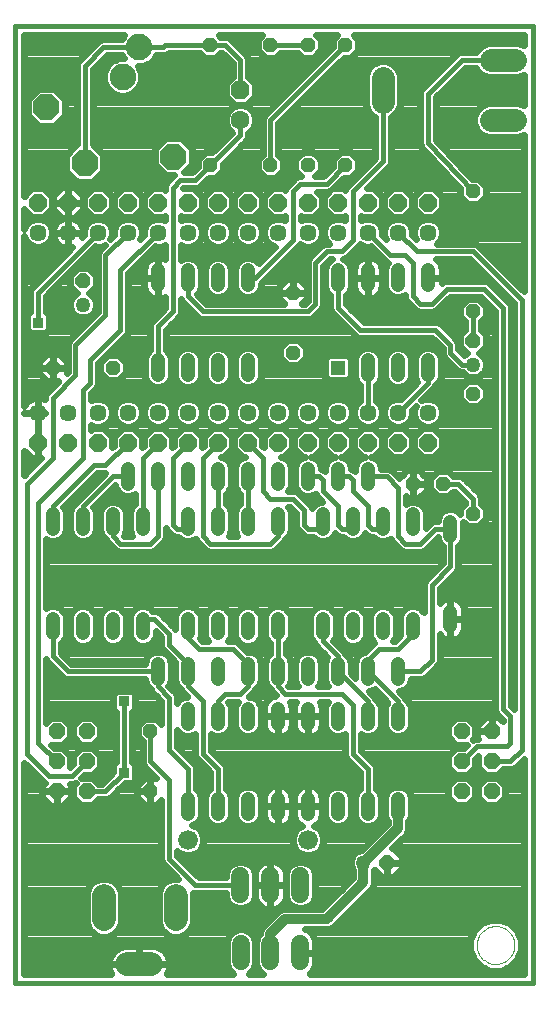
<source format=gbl>
G75*
%MOIN*%
%OFA0B0*%
%FSLAX24Y24*%
%IPPOS*%
%LPD*%
%AMOC8*
5,1,8,0,0,1.08239X$1,22.5*
%
%ADD10C,0.0160*%
%ADD11C,0.0000*%
%ADD12OC8,0.0480*%
%ADD13OC8,0.0885*%
%ADD14C,0.0885*%
%ADD15C,0.0480*%
%ADD16OC8,0.0630*%
%ADD17C,0.0630*%
%ADD18OC8,0.0500*%
%ADD19C,0.0500*%
%ADD20C,0.0780*%
%ADD21R,0.0480X0.0480*%
%ADD22C,0.0570*%
%ADD23C,0.0787*%
%ADD24C,0.0600*%
%ADD25OC8,0.0540*%
%ADD26C,0.0591*%
%ADD27C,0.0660*%
%ADD28OC8,0.0591*%
%ADD29C,0.0240*%
%ADD30R,0.0356X0.0356*%
%ADD31C,0.0320*%
D10*
X001330Y000595D02*
X001330Y032466D01*
X018575Y032466D01*
X018575Y000595D01*
X001330Y000595D01*
X003705Y006970D02*
X004330Y006970D01*
X004955Y007595D01*
X004955Y009970D01*
X005830Y008970D02*
X005830Y007970D01*
X006455Y007345D01*
X006455Y004720D01*
X007330Y003845D01*
X008830Y003845D01*
X008080Y006470D02*
X008080Y007720D01*
X007580Y008220D01*
X007580Y009970D01*
X007080Y010470D01*
X007080Y010970D01*
X007080Y011220D01*
X006455Y011845D01*
X006455Y012220D01*
X005955Y012720D01*
X005580Y012720D01*
X006080Y010970D02*
X006080Y010470D01*
X006455Y010095D01*
X006455Y008345D01*
X007080Y007720D01*
X007080Y006470D01*
X008080Y009470D02*
X008080Y009970D01*
X008330Y010220D01*
X008830Y010220D01*
X009080Y010470D01*
X009080Y010970D01*
X009080Y011220D01*
X008580Y011720D01*
X007455Y011720D01*
X007080Y012095D01*
X007080Y012720D01*
X006080Y010970D02*
X003080Y010970D01*
X002580Y011470D01*
X002580Y012720D01*
X002580Y015720D02*
X002580Y016470D01*
X003955Y017845D01*
X004330Y017845D01*
X005080Y018595D01*
X005580Y018095D02*
X006080Y018595D01*
X006580Y018095D02*
X007080Y018595D01*
X006580Y018095D02*
X006580Y015845D01*
X006705Y015720D01*
X007080Y015720D01*
X007580Y015470D02*
X007580Y018095D01*
X008080Y018595D01*
X008080Y017470D02*
X008080Y015720D01*
X007830Y015220D02*
X007580Y015470D01*
X007830Y015220D02*
X009830Y015220D01*
X010080Y015470D01*
X010080Y015720D01*
X009830Y016720D02*
X009580Y016970D01*
X009580Y018095D01*
X009080Y018595D01*
X009080Y017470D02*
X009080Y015720D01*
X009830Y016720D02*
X010580Y016720D01*
X010955Y016345D01*
X010955Y015845D01*
X011080Y015720D01*
X011580Y015720D01*
X012080Y015845D02*
X012080Y016470D01*
X011580Y016970D01*
X011580Y017345D01*
X011455Y017470D01*
X011080Y017470D01*
X012080Y017470D02*
X012455Y017470D01*
X012580Y017345D01*
X012580Y016970D01*
X013080Y016470D01*
X013080Y015845D01*
X013205Y015720D01*
X013580Y015720D01*
X014080Y015470D02*
X014330Y015220D01*
X014830Y015220D01*
X015330Y015720D01*
X015830Y015720D01*
X015830Y014470D01*
X015205Y013845D01*
X015205Y011345D01*
X014830Y010970D01*
X014080Y010970D01*
X014080Y011720D02*
X013455Y011720D01*
X013080Y011345D01*
X013080Y010970D01*
X014080Y009970D01*
X014080Y009470D01*
X013080Y009470D02*
X013080Y009970D01*
X012080Y010970D01*
X012080Y011470D01*
X011580Y011970D01*
X011580Y012720D01*
X010080Y012720D02*
X010080Y010970D01*
X010080Y010470D01*
X010330Y010220D01*
X012205Y010220D01*
X012580Y009845D01*
X012580Y008220D01*
X013080Y007720D01*
X013080Y006470D01*
X016205Y007970D02*
X016705Y008470D01*
X017705Y008470D01*
X017830Y008595D01*
X017830Y009470D01*
X017580Y009720D01*
X017580Y023095D01*
X016955Y023720D01*
X015705Y023720D01*
X015205Y023220D01*
X014830Y023220D01*
X014580Y023470D01*
X014580Y024595D01*
X014330Y024845D01*
X013830Y024845D01*
X013080Y025595D01*
X012580Y025345D02*
X012205Y024970D01*
X011705Y024970D01*
X011330Y024595D01*
X011330Y023220D01*
X011080Y022970D01*
X007580Y022970D01*
X007080Y023470D01*
X007080Y024095D01*
X006580Y022970D02*
X006080Y022470D01*
X006080Y021095D01*
X004830Y022345D02*
X003830Y021345D01*
X003830Y020595D01*
X003580Y020345D01*
X003580Y018095D01*
X002080Y016595D01*
X002080Y008595D01*
X002705Y007970D01*
X002455Y007470D02*
X003205Y007470D01*
X003705Y007970D01*
X002455Y007470D02*
X001705Y008220D01*
X001705Y017220D01*
X002580Y018095D01*
X002580Y020095D01*
X003330Y020845D01*
X003330Y021845D01*
X004330Y022845D01*
X004330Y024845D01*
X005080Y025595D01*
X006080Y025595D02*
X004830Y024345D01*
X004830Y022345D01*
X006580Y022970D02*
X006580Y027095D01*
X006830Y027345D01*
X007330Y027345D01*
X007830Y027845D01*
X008830Y028845D01*
X008830Y029345D01*
X008830Y030345D02*
X008830Y031345D01*
X008330Y031845D01*
X007830Y031845D01*
X006330Y031845D01*
X006260Y031775D01*
X005450Y031775D01*
X004260Y031775D01*
X003640Y031155D01*
X003640Y027915D01*
X004080Y025595D02*
X002080Y023595D01*
X002080Y022595D01*
X005580Y018095D02*
X005580Y015720D01*
X005830Y015220D02*
X006080Y015470D01*
X006080Y017470D01*
X005080Y017470D02*
X004580Y017470D01*
X003580Y016470D01*
X003580Y015720D01*
X004580Y015720D02*
X004580Y015470D01*
X004830Y015220D01*
X005830Y015220D01*
X009080Y024095D02*
X009330Y024095D01*
X010580Y025345D01*
X010580Y026970D01*
X010830Y027220D01*
X011705Y027220D01*
X012330Y027845D01*
X012580Y026970D02*
X012580Y025345D01*
X012080Y024095D02*
X012080Y023095D01*
X012830Y022345D01*
X015330Y022345D01*
X015830Y021845D01*
X015830Y021595D01*
X016230Y021195D01*
X016580Y021195D01*
X016580Y021995D02*
X016580Y022970D01*
X018205Y023345D02*
X016580Y024970D01*
X014705Y024970D01*
X014080Y025595D01*
X012580Y026970D02*
X013580Y027970D01*
X013580Y030345D01*
X015080Y030220D02*
X015080Y028595D01*
X016580Y026970D01*
X015080Y030220D02*
X016205Y031345D01*
X017580Y031345D01*
X012330Y031845D02*
X009830Y029345D01*
X009830Y027845D01*
X009830Y031845D02*
X011080Y031845D01*
X013080Y021095D02*
X013080Y019595D01*
X014080Y019595D02*
X015080Y020595D01*
X015080Y021095D01*
X013705Y017470D02*
X013080Y017470D01*
X013705Y017470D02*
X014080Y017095D01*
X014080Y015470D01*
X012580Y015720D02*
X012205Y015720D01*
X012080Y015845D01*
X014580Y012720D02*
X014580Y012220D01*
X014080Y011720D01*
X016580Y016220D02*
X016580Y016720D01*
X016080Y017220D01*
X015580Y017220D01*
X018205Y023345D02*
X018205Y008345D01*
X017830Y007970D01*
X017205Y007970D01*
D11*
X016700Y001845D02*
X016702Y001895D01*
X016708Y001945D01*
X016718Y001994D01*
X016732Y002042D01*
X016749Y002089D01*
X016770Y002134D01*
X016795Y002178D01*
X016823Y002219D01*
X016855Y002258D01*
X016889Y002295D01*
X016926Y002329D01*
X016966Y002359D01*
X017008Y002386D01*
X017052Y002410D01*
X017098Y002431D01*
X017145Y002447D01*
X017193Y002460D01*
X017243Y002469D01*
X017292Y002474D01*
X017343Y002475D01*
X017393Y002472D01*
X017442Y002465D01*
X017491Y002454D01*
X017539Y002439D01*
X017585Y002421D01*
X017630Y002399D01*
X017673Y002373D01*
X017714Y002344D01*
X017753Y002312D01*
X017789Y002277D01*
X017821Y002239D01*
X017851Y002199D01*
X017878Y002156D01*
X017901Y002112D01*
X017920Y002066D01*
X017936Y002018D01*
X017948Y001969D01*
X017956Y001920D01*
X017960Y001870D01*
X017960Y001820D01*
X017956Y001770D01*
X017948Y001721D01*
X017936Y001672D01*
X017920Y001624D01*
X017901Y001578D01*
X017878Y001534D01*
X017851Y001491D01*
X017821Y001451D01*
X017789Y001413D01*
X017753Y001378D01*
X017714Y001346D01*
X017673Y001317D01*
X017630Y001291D01*
X017585Y001269D01*
X017539Y001251D01*
X017491Y001236D01*
X017442Y001225D01*
X017393Y001218D01*
X017343Y001215D01*
X017292Y001216D01*
X017243Y001221D01*
X017193Y001230D01*
X017145Y001243D01*
X017098Y001259D01*
X017052Y001280D01*
X017008Y001304D01*
X016966Y001331D01*
X016926Y001361D01*
X016889Y001395D01*
X016855Y001432D01*
X016823Y001471D01*
X016795Y001512D01*
X016770Y001556D01*
X016749Y001601D01*
X016732Y001648D01*
X016718Y001696D01*
X016708Y001745D01*
X016702Y001795D01*
X016700Y001845D01*
D12*
X016580Y016220D03*
X015580Y017220D03*
X014580Y017220D03*
X016580Y020220D03*
X016580Y022970D03*
X016580Y026970D03*
X012330Y027845D03*
X011080Y027845D03*
X009830Y027845D03*
X007830Y027845D03*
X007830Y031845D03*
X009830Y031845D03*
X011080Y031845D03*
X012330Y031845D03*
X010580Y023595D03*
X010580Y021595D03*
X004580Y021095D03*
X002580Y021095D03*
X005830Y008970D03*
X005830Y006970D03*
D13*
X003640Y027915D03*
X002360Y029765D03*
X006590Y028125D03*
D14*
X004900Y030785D03*
X005450Y031775D03*
D15*
X006080Y024335D02*
X006080Y023855D01*
X007080Y023855D02*
X007080Y024335D01*
X008080Y024335D02*
X008080Y023855D01*
X009080Y023855D02*
X009080Y024335D01*
X009080Y021335D02*
X009080Y020855D01*
X008080Y020855D02*
X008080Y021335D01*
X007080Y021335D02*
X007080Y020855D01*
X006080Y020855D02*
X006080Y021335D01*
X006080Y017710D02*
X006080Y017230D01*
X005580Y016200D02*
X005580Y015720D01*
X004580Y015720D02*
X004580Y016200D01*
X005080Y017230D02*
X005080Y017710D01*
X003580Y016200D02*
X003580Y015720D01*
X002580Y015720D02*
X002580Y016200D01*
X002580Y012720D02*
X002580Y012240D01*
X003580Y012240D02*
X003580Y012720D01*
X004580Y012720D02*
X004580Y012240D01*
X005580Y012240D02*
X005580Y012720D01*
X006080Y011210D02*
X006080Y010730D01*
X007080Y010730D02*
X007080Y011210D01*
X007080Y012240D02*
X007080Y012720D01*
X008080Y012720D02*
X008080Y012240D01*
X008080Y011210D02*
X008080Y010730D01*
X008080Y009710D02*
X008080Y009230D01*
X007080Y009230D02*
X007080Y009710D01*
X007080Y006710D02*
X007080Y006230D01*
X008080Y006230D02*
X008080Y006710D01*
X009080Y006710D02*
X009080Y006230D01*
X010080Y006230D02*
X010080Y006710D01*
X011080Y006710D02*
X011080Y006230D01*
X012080Y006230D02*
X012080Y006710D01*
X013080Y006710D02*
X013080Y006230D01*
X014080Y006230D02*
X014080Y006710D01*
X014080Y009230D02*
X014080Y009710D01*
X014080Y010730D02*
X014080Y011210D01*
X013580Y012240D02*
X013580Y012720D01*
X014580Y012720D02*
X014580Y012240D01*
X015830Y012480D02*
X015830Y012960D01*
X015830Y015480D02*
X015830Y015960D01*
X014580Y015720D02*
X014580Y016200D01*
X013580Y016200D02*
X013580Y015720D01*
X013080Y017230D02*
X013080Y017710D01*
X012080Y017710D02*
X012080Y017230D01*
X011580Y016200D02*
X011580Y015720D01*
X011080Y017230D02*
X011080Y017710D01*
X010080Y017710D02*
X010080Y017230D01*
X010080Y016200D02*
X010080Y015720D01*
X009080Y015720D02*
X009080Y016200D01*
X009080Y017230D02*
X009080Y017710D01*
X008080Y017710D02*
X008080Y017230D01*
X008080Y016200D02*
X008080Y015720D01*
X007080Y015720D02*
X007080Y016200D01*
X007080Y017230D02*
X007080Y017710D01*
X009080Y012720D02*
X009080Y012240D01*
X009080Y011210D02*
X009080Y010730D01*
X009080Y009710D02*
X009080Y009230D01*
X010080Y009230D02*
X010080Y009710D01*
X010080Y010730D02*
X010080Y011210D01*
X010080Y012240D02*
X010080Y012720D01*
X011080Y011210D02*
X011080Y010730D01*
X011080Y009710D02*
X011080Y009230D01*
X012080Y009230D02*
X012080Y009710D01*
X012080Y010730D02*
X012080Y011210D01*
X011580Y012240D02*
X011580Y012720D01*
X012580Y012720D02*
X012580Y012240D01*
X013080Y011210D02*
X013080Y010730D01*
X013080Y009710D02*
X013080Y009230D01*
X012580Y015720D02*
X012580Y016200D01*
X013080Y020855D02*
X013080Y021335D01*
X014080Y021335D02*
X014080Y020855D01*
X015080Y020855D02*
X015080Y021335D01*
X015080Y023855D02*
X015080Y024335D01*
X014080Y024335D02*
X014080Y023855D01*
X013080Y023855D02*
X013080Y024335D01*
X012080Y024335D02*
X012080Y023855D01*
D16*
X008830Y030345D03*
D17*
X008830Y029345D03*
D18*
X003580Y023995D03*
X013730Y004595D03*
X016580Y021995D03*
D19*
X016580Y021195D03*
X012930Y004595D03*
X003580Y023195D03*
D20*
X013580Y029955D02*
X013580Y030735D01*
X017190Y031345D02*
X017970Y031345D01*
X017970Y029345D02*
X017190Y029345D01*
D21*
X012080Y021095D03*
D22*
X012080Y019595D03*
X013080Y019595D03*
X014080Y019595D03*
X015080Y019595D03*
X011080Y019595D03*
X010080Y019595D03*
X009080Y019595D03*
X008080Y019595D03*
X007080Y019595D03*
X006080Y019595D03*
X005080Y019595D03*
X004080Y019595D03*
X003080Y019595D03*
X002080Y019595D03*
X002080Y025595D03*
X003080Y025595D03*
X004080Y025595D03*
X005080Y025595D03*
X006080Y025595D03*
X007080Y025595D03*
X008080Y025595D03*
X009080Y025595D03*
X010080Y025595D03*
X011080Y025595D03*
X012080Y025595D03*
X013080Y025595D03*
X014080Y025595D03*
X015080Y025595D03*
D23*
X006675Y003489D02*
X006675Y002701D01*
X005849Y001205D02*
X005061Y001205D01*
X004274Y002701D02*
X004274Y003489D01*
D24*
X008830Y003545D02*
X008830Y004145D01*
X009830Y004145D02*
X009830Y003545D01*
X010830Y003545D02*
X010830Y004145D01*
D25*
X016205Y006970D03*
X016205Y007970D03*
X016205Y008970D03*
X017205Y008970D03*
X017205Y007970D03*
X017205Y006970D03*
X003705Y006970D03*
X003705Y007970D03*
X003705Y008970D03*
X002705Y008970D03*
X002705Y007970D03*
X002705Y006970D03*
D26*
X008846Y001890D02*
X008846Y001300D01*
X009830Y001300D02*
X009830Y001890D01*
X010814Y001890D02*
X010814Y001300D01*
D27*
X011080Y005345D03*
X007080Y005345D03*
D28*
X007080Y018595D03*
X006080Y018595D03*
X005080Y018595D03*
X004080Y018595D03*
X003080Y018595D03*
X002080Y018595D03*
X002080Y026595D03*
X003080Y026595D03*
X004080Y026595D03*
X005080Y026595D03*
X006080Y026595D03*
X007080Y026595D03*
X008080Y026595D03*
X009080Y026595D03*
X010080Y026595D03*
X011080Y026595D03*
X012080Y026595D03*
X013080Y026595D03*
X014080Y026595D03*
X015080Y026595D03*
X015080Y018595D03*
X014080Y018595D03*
X013080Y018595D03*
X012080Y018595D03*
X011080Y018595D03*
X010080Y018595D03*
X009080Y018595D03*
X008080Y018595D03*
D29*
X007772Y018960D02*
X007388Y018960D01*
X007277Y019070D02*
X007555Y018792D01*
X007555Y018438D01*
X007605Y018487D01*
X007605Y018792D01*
X007883Y019070D01*
X008277Y019070D01*
X008555Y018792D01*
X008555Y018398D01*
X008277Y018120D01*
X008188Y018120D01*
X008318Y018066D01*
X008436Y017948D01*
X008500Y017794D01*
X008500Y017146D01*
X008436Y016992D01*
X008340Y016896D01*
X008340Y016534D01*
X008436Y016438D01*
X008500Y016284D01*
X008500Y015636D01*
X008436Y015482D01*
X008434Y015480D01*
X008726Y015480D01*
X008724Y015482D01*
X008660Y015636D01*
X008660Y016284D01*
X008724Y016438D01*
X008820Y016534D01*
X008820Y016896D01*
X008724Y016992D01*
X008660Y017146D01*
X008660Y017794D01*
X008724Y017948D01*
X008842Y018066D01*
X008972Y018120D01*
X008883Y018120D01*
X008605Y018398D01*
X008605Y018792D01*
X008883Y019070D01*
X009277Y019070D01*
X009555Y018792D01*
X009555Y018487D01*
X009605Y018438D01*
X009605Y018792D01*
X009883Y019070D01*
X010277Y019070D01*
X010555Y018792D01*
X010555Y018398D01*
X010277Y018120D01*
X010188Y018120D01*
X010318Y018066D01*
X010436Y017948D01*
X010500Y017794D01*
X010500Y017146D01*
X010436Y016992D01*
X010424Y016980D01*
X010632Y016980D01*
X010727Y016940D01*
X010800Y016867D01*
X011175Y016492D01*
X011211Y016407D01*
X011224Y016438D01*
X011342Y016556D01*
X011496Y016620D01*
X011562Y016620D01*
X011433Y016750D01*
X011360Y016823D01*
X011332Y016888D01*
X011318Y016874D01*
X011164Y016810D01*
X010996Y016810D01*
X010842Y016874D01*
X010724Y016992D01*
X010660Y017146D01*
X010660Y017794D01*
X010724Y017948D01*
X010842Y018066D01*
X010972Y018120D01*
X010883Y018120D01*
X010605Y018398D01*
X010605Y018792D01*
X010883Y019070D01*
X011277Y019070D01*
X011555Y018792D01*
X011555Y018398D01*
X011277Y018120D01*
X011188Y018120D01*
X011318Y018066D01*
X011436Y017948D01*
X011500Y017794D01*
X011500Y017730D01*
X011507Y017730D01*
X011602Y017690D01*
X011660Y017633D01*
X011660Y017794D01*
X011724Y017948D01*
X011842Y018066D01*
X011972Y018120D01*
X011883Y018120D01*
X011605Y018398D01*
X011605Y018792D01*
X011883Y019070D01*
X012277Y019070D01*
X012555Y018792D01*
X012555Y018398D01*
X012277Y018120D01*
X012188Y018120D01*
X012318Y018066D01*
X012436Y017948D01*
X012500Y017794D01*
X012500Y017730D01*
X012507Y017730D01*
X012602Y017690D01*
X012660Y017633D01*
X012660Y017794D01*
X012724Y017948D01*
X012842Y018066D01*
X012972Y018120D01*
X012883Y018120D01*
X012605Y018398D01*
X012605Y018792D01*
X012883Y019070D01*
X013277Y019070D01*
X013555Y018792D01*
X013555Y018398D01*
X013277Y018120D01*
X013188Y018120D01*
X013318Y018066D01*
X013436Y017948D01*
X013500Y017794D01*
X013500Y017730D01*
X013757Y017730D01*
X013852Y017690D01*
X014126Y017417D01*
X014389Y017680D01*
X014580Y017680D01*
X014580Y017220D01*
X014580Y017220D01*
X015040Y017220D01*
X015040Y017411D01*
X014771Y017680D01*
X014580Y017680D01*
X014580Y017220D01*
X014580Y017220D01*
X015040Y017220D01*
X015040Y017029D01*
X014771Y016760D01*
X014580Y016760D01*
X014580Y017220D01*
X014580Y017220D01*
X014580Y016760D01*
X014389Y016760D01*
X014340Y016809D01*
X014340Y016554D01*
X014342Y016556D01*
X014496Y016620D01*
X014664Y016620D01*
X014818Y016556D01*
X014936Y016438D01*
X015000Y016284D01*
X015000Y015758D01*
X015110Y015867D01*
X015183Y015940D01*
X015278Y015980D01*
X015410Y015980D01*
X015410Y016044D01*
X015474Y016198D01*
X015592Y016316D01*
X015746Y016380D01*
X015914Y016380D01*
X016068Y016316D01*
X016160Y016224D01*
X016160Y016394D01*
X016320Y016554D01*
X016320Y016612D01*
X015972Y016960D01*
X015914Y016960D01*
X015754Y016800D01*
X015406Y016800D01*
X015160Y017046D01*
X015160Y017394D01*
X015406Y017640D01*
X015754Y017640D01*
X015914Y017480D01*
X016132Y017480D01*
X016227Y017440D01*
X016300Y017367D01*
X016800Y016867D01*
X016840Y016772D01*
X016840Y016554D01*
X017000Y016394D01*
X017000Y016046D01*
X016754Y015800D01*
X016406Y015800D01*
X016250Y015956D01*
X016250Y015396D01*
X016186Y015242D01*
X016090Y015146D01*
X016090Y014418D01*
X016050Y014323D01*
X015977Y014250D01*
X015465Y013737D01*
X015465Y013240D01*
X015479Y013260D01*
X015530Y013311D01*
X015589Y013353D01*
X015653Y013386D01*
X015722Y013409D01*
X015794Y013420D01*
X015830Y013420D01*
X015830Y012720D01*
X015830Y012720D01*
X016290Y012720D01*
X016290Y012996D01*
X016279Y013068D01*
X016256Y013137D01*
X016223Y013201D01*
X016181Y013260D01*
X016130Y013311D01*
X016071Y013353D01*
X016007Y013386D01*
X015938Y013409D01*
X015866Y013420D01*
X015830Y013420D01*
X015830Y012720D01*
X015830Y012720D01*
X016290Y012720D01*
X016290Y012444D01*
X016279Y012372D01*
X016256Y012303D01*
X016223Y012239D01*
X016181Y012180D01*
X016130Y012129D01*
X016071Y012087D01*
X016007Y012054D01*
X015938Y012031D01*
X015866Y012020D01*
X015830Y012020D01*
X015830Y012720D01*
X015830Y012720D01*
X015830Y012020D01*
X015794Y012020D01*
X015722Y012031D01*
X015653Y012054D01*
X015589Y012087D01*
X015530Y012129D01*
X015479Y012180D01*
X015465Y012200D01*
X015465Y011293D01*
X015425Y011198D01*
X015352Y011125D01*
X014977Y010750D01*
X014882Y010710D01*
X014500Y010710D01*
X014500Y010646D01*
X014436Y010492D01*
X014318Y010374D01*
X014164Y010310D01*
X014108Y010310D01*
X014227Y010190D01*
X014300Y010117D01*
X014324Y010060D01*
X014436Y009948D01*
X014500Y009794D01*
X014500Y009146D01*
X014436Y008992D01*
X014318Y008874D01*
X014164Y008810D01*
X013996Y008810D01*
X013842Y008874D01*
X013724Y008992D01*
X013660Y009146D01*
X013660Y009794D01*
X013724Y009948D01*
X013729Y009953D01*
X013311Y010371D01*
X013164Y010310D01*
X013108Y010310D01*
X013227Y010190D01*
X013227Y010190D01*
X013300Y010117D01*
X013324Y010060D01*
X013436Y009948D01*
X013500Y009794D01*
X013500Y009146D01*
X013436Y008992D01*
X013318Y008874D01*
X013164Y008810D01*
X012996Y008810D01*
X012842Y008874D01*
X012840Y008876D01*
X012840Y008328D01*
X013227Y007940D01*
X013300Y007867D01*
X013340Y007772D01*
X013340Y007044D01*
X013436Y006948D01*
X013500Y006794D01*
X013500Y006146D01*
X013436Y005992D01*
X013318Y005874D01*
X013164Y005810D01*
X012996Y005810D01*
X012842Y005874D01*
X012724Y005992D01*
X012660Y006146D01*
X012660Y006794D01*
X012724Y006948D01*
X012820Y007044D01*
X012820Y007612D01*
X012360Y008073D01*
X012320Y008168D01*
X012320Y008876D01*
X012318Y008874D01*
X012164Y008810D01*
X011996Y008810D01*
X011842Y008874D01*
X011724Y008992D01*
X011660Y009146D01*
X011660Y009794D01*
X011724Y009948D01*
X011736Y009960D01*
X011467Y009960D01*
X011473Y009951D01*
X011506Y009887D01*
X011529Y009818D01*
X011540Y009746D01*
X011540Y009470D01*
X011080Y009470D01*
X011080Y009470D01*
X011540Y009470D01*
X011540Y009194D01*
X011529Y009122D01*
X011506Y009053D01*
X011473Y008989D01*
X011431Y008930D01*
X011380Y008879D01*
X011321Y008837D01*
X011257Y008804D01*
X011188Y008781D01*
X011116Y008770D01*
X011080Y008770D01*
X011080Y009470D01*
X011080Y009470D01*
X011080Y009470D01*
X010620Y009470D01*
X010620Y009746D01*
X010631Y009818D01*
X010654Y009887D01*
X010687Y009951D01*
X010693Y009960D01*
X010467Y009960D01*
X010473Y009951D01*
X010506Y009887D01*
X010529Y009818D01*
X010540Y009746D01*
X010540Y009470D01*
X010080Y009470D01*
X010080Y009470D01*
X010540Y009470D01*
X010540Y009194D01*
X010529Y009122D01*
X010506Y009053D01*
X010473Y008989D01*
X010431Y008930D01*
X010380Y008879D01*
X010321Y008837D01*
X010257Y008804D01*
X010188Y008781D01*
X010116Y008770D01*
X010080Y008770D01*
X010080Y009470D01*
X010080Y009470D01*
X010080Y009470D01*
X009620Y009470D01*
X009620Y009746D01*
X009631Y009818D01*
X009654Y009887D01*
X009687Y009951D01*
X009729Y010010D01*
X009780Y010061D01*
X009839Y010103D01*
X009903Y010136D01*
X009972Y010159D01*
X010017Y010166D01*
X009860Y010323D01*
X009836Y010380D01*
X009724Y010492D01*
X009660Y010646D01*
X009660Y011294D01*
X009724Y011448D01*
X009820Y011544D01*
X009820Y011906D01*
X009724Y012002D01*
X009660Y012156D01*
X009660Y012804D01*
X009724Y012958D01*
X009842Y013076D01*
X009996Y013140D01*
X010164Y013140D01*
X010318Y013076D01*
X010436Y012958D01*
X010500Y012804D01*
X010500Y012156D01*
X010436Y012002D01*
X010340Y011906D01*
X010340Y011544D01*
X010436Y011448D01*
X010500Y011294D01*
X010500Y010646D01*
X010436Y010492D01*
X010431Y010487D01*
X010438Y010480D01*
X010736Y010480D01*
X010724Y010492D01*
X010660Y010646D01*
X010660Y011294D01*
X010724Y011448D01*
X010842Y011566D01*
X010340Y011566D01*
X010340Y011805D02*
X011378Y011805D01*
X011360Y011823D02*
X011729Y011453D01*
X011724Y011448D01*
X011660Y011294D01*
X011660Y010646D01*
X011724Y010492D01*
X011736Y010480D01*
X011424Y010480D01*
X011436Y010492D01*
X011500Y010646D01*
X011500Y011294D01*
X011436Y011448D01*
X011318Y011566D01*
X011616Y011566D01*
X011674Y011328D02*
X011486Y011328D01*
X011500Y011089D02*
X011660Y011089D01*
X011660Y010851D02*
X011500Y010851D01*
X011486Y010612D02*
X011674Y010612D01*
X011703Y009897D02*
X011501Y009897D01*
X011540Y009658D02*
X011660Y009658D01*
X011660Y009420D02*
X011540Y009420D01*
X011538Y009181D02*
X011660Y009181D01*
X011774Y008943D02*
X011440Y008943D01*
X011080Y008943D02*
X011080Y008943D01*
X011080Y008770D02*
X011080Y009470D01*
X010620Y009470D01*
X010620Y009194D01*
X010631Y009122D01*
X010654Y009053D01*
X010687Y008989D01*
X010729Y008930D01*
X010780Y008879D01*
X010839Y008837D01*
X010903Y008804D01*
X010972Y008781D01*
X011044Y008770D01*
X011080Y008770D01*
X011080Y009181D02*
X011080Y009181D01*
X011080Y009420D02*
X011080Y009420D01*
X010620Y009420D02*
X010540Y009420D01*
X010540Y009658D02*
X010620Y009658D01*
X010659Y009897D02*
X010501Y009897D01*
X010080Y009470D02*
X010080Y008770D01*
X010044Y008770D01*
X009972Y008781D01*
X009903Y008804D01*
X009839Y008837D01*
X009780Y008879D01*
X009729Y008930D01*
X009687Y008989D01*
X009654Y009053D01*
X009631Y009122D01*
X009620Y009194D01*
X009620Y009470D01*
X010080Y009470D01*
X010080Y009420D02*
X010080Y009420D01*
X010080Y009181D02*
X010080Y009181D01*
X010080Y008943D02*
X010080Y008943D01*
X009720Y008943D02*
X009386Y008943D01*
X009436Y008992D02*
X009318Y008874D01*
X009164Y008810D01*
X008996Y008810D01*
X008842Y008874D01*
X008724Y008992D01*
X008660Y009146D01*
X008660Y009794D01*
X008724Y009948D01*
X008736Y009960D01*
X008438Y009960D01*
X008431Y009953D01*
X008436Y009948D01*
X008500Y009794D01*
X008500Y009146D01*
X008436Y008992D01*
X008318Y008874D01*
X008164Y008810D01*
X007996Y008810D01*
X007842Y008874D01*
X007840Y008876D01*
X007840Y008328D01*
X008300Y007867D01*
X008340Y007772D01*
X008340Y007044D01*
X008436Y006948D01*
X008500Y006794D01*
X008500Y006146D01*
X008436Y005992D01*
X008318Y005874D01*
X008164Y005810D01*
X007996Y005810D01*
X007842Y005874D01*
X007724Y005992D01*
X007660Y006146D01*
X007660Y006794D01*
X007724Y006948D01*
X007820Y007044D01*
X007820Y007612D01*
X007433Y008000D01*
X007360Y008073D01*
X007320Y008168D01*
X007320Y008876D01*
X007318Y008874D01*
X007164Y008810D01*
X006996Y008810D01*
X006842Y008874D01*
X006724Y008992D01*
X006715Y009014D01*
X006715Y008453D01*
X007227Y007940D01*
X007300Y007867D01*
X007340Y007772D01*
X007340Y007044D01*
X007436Y006948D01*
X007500Y006794D01*
X007500Y006146D01*
X007436Y005992D01*
X007318Y005874D01*
X007227Y005836D01*
X007369Y005777D01*
X007512Y005634D01*
X007590Y005446D01*
X007590Y005244D01*
X007512Y005056D01*
X007369Y004913D01*
X007181Y004835D01*
X006979Y004835D01*
X006791Y004913D01*
X006715Y004989D01*
X006715Y004828D01*
X007438Y004105D01*
X008350Y004105D01*
X008350Y004240D01*
X008423Y004417D01*
X008558Y004552D01*
X008735Y004625D01*
X008925Y004625D01*
X009102Y004552D01*
X009237Y004417D01*
X009310Y004240D01*
X009310Y003450D01*
X009237Y003273D01*
X009102Y003138D01*
X008925Y003065D01*
X008735Y003065D01*
X008558Y003138D01*
X008423Y003273D01*
X008350Y003450D01*
X008350Y003585D01*
X007278Y003585D01*
X007249Y003597D01*
X007249Y002587D01*
X007162Y002376D01*
X007000Y002215D01*
X006790Y002128D01*
X006561Y002128D01*
X006350Y002215D01*
X006189Y002376D01*
X006102Y002587D01*
X006102Y003603D01*
X006189Y003814D01*
X006350Y003975D01*
X006561Y004062D01*
X006745Y004062D01*
X006235Y004573D01*
X006195Y004668D01*
X006195Y006684D01*
X006021Y006510D01*
X005830Y006510D01*
X005830Y006970D01*
X005830Y006970D01*
X005830Y007430D01*
X006002Y007430D01*
X005683Y007750D01*
X005683Y007750D01*
X005610Y007823D01*
X005570Y007918D01*
X005570Y008636D01*
X005410Y008796D01*
X005410Y009144D01*
X005656Y009390D01*
X006004Y009390D01*
X006195Y009199D01*
X006195Y009987D01*
X005860Y010323D01*
X005836Y010380D01*
X005724Y010492D01*
X005660Y010646D01*
X005660Y010710D01*
X003028Y010710D01*
X002933Y010750D01*
X002360Y011323D01*
X002340Y011370D01*
X002340Y009241D01*
X002519Y009420D01*
X002891Y009420D01*
X003155Y009156D01*
X003155Y008784D01*
X002891Y008520D01*
X002523Y008520D01*
X002623Y008420D01*
X002891Y008420D01*
X003155Y008156D01*
X003155Y007788D01*
X003255Y007888D01*
X003255Y008156D01*
X003519Y008420D01*
X003891Y008420D01*
X004155Y008156D01*
X004155Y007784D01*
X003891Y007520D01*
X003623Y007520D01*
X003523Y007420D01*
X003891Y007420D01*
X004081Y007230D01*
X004222Y007230D01*
X004597Y007605D01*
X004597Y007848D01*
X004695Y007946D01*
X004695Y009619D01*
X004597Y009717D01*
X004597Y010223D01*
X004702Y010328D01*
X005208Y010328D01*
X005313Y010223D01*
X005313Y009717D01*
X005215Y009619D01*
X005215Y007946D01*
X005313Y007848D01*
X005313Y007342D01*
X005208Y007237D01*
X004965Y007237D01*
X004550Y006823D01*
X004477Y006750D01*
X004382Y006710D01*
X004081Y006710D01*
X003891Y006520D01*
X003519Y006520D01*
X003255Y006784D01*
X003255Y007156D01*
X003345Y007247D01*
X003257Y007210D01*
X003158Y007210D01*
X003195Y007173D01*
X003195Y006970D01*
X002705Y006970D01*
X002705Y006970D01*
X003195Y006970D01*
X003195Y006767D01*
X002908Y006480D01*
X002705Y006480D01*
X002705Y006970D01*
X002705Y006970D01*
X002705Y006970D01*
X002215Y006970D01*
X002215Y007173D01*
X002300Y007258D01*
X002235Y007323D01*
X001630Y007927D01*
X001630Y000895D01*
X004531Y000895D01*
X004493Y000970D01*
X004463Y001062D01*
X004448Y001157D01*
X004448Y001205D01*
X005455Y001205D01*
X005455Y001205D01*
X005455Y001205D01*
X006462Y001205D01*
X006462Y001157D01*
X006447Y001062D01*
X006417Y000970D01*
X006379Y000895D01*
X008581Y000895D01*
X008577Y000897D01*
X008443Y001031D01*
X008370Y001205D01*
X008370Y001985D01*
X008443Y002159D01*
X008577Y002293D01*
X008751Y002366D01*
X008940Y002366D01*
X009115Y002293D01*
X009249Y002159D01*
X009321Y001985D01*
X009321Y001205D01*
X009249Y001031D01*
X009115Y000897D01*
X009111Y000895D01*
X009565Y000895D01*
X009561Y000897D01*
X009427Y001031D01*
X009355Y001205D01*
X009355Y001985D01*
X009427Y002159D01*
X009490Y002222D01*
X009490Y002288D01*
X009542Y002413D01*
X010042Y002913D01*
X010137Y003008D01*
X010262Y003060D01*
X011564Y003060D01*
X012590Y004086D01*
X012590Y004327D01*
X012565Y004351D01*
X012500Y004509D01*
X012500Y004681D01*
X012565Y004839D01*
X012686Y004960D01*
X012844Y005025D01*
X012879Y005025D01*
X013740Y005886D01*
X013740Y005976D01*
X013724Y005992D01*
X013660Y006146D01*
X013660Y006794D01*
X013724Y006948D01*
X013842Y007066D01*
X013996Y007130D01*
X014164Y007130D01*
X014318Y007066D01*
X014436Y006948D01*
X014500Y006794D01*
X014500Y006146D01*
X014436Y005992D01*
X014420Y005976D01*
X014420Y005677D01*
X014368Y005552D01*
X014273Y005457D01*
X014273Y005457D01*
X013881Y005065D01*
X013925Y005065D01*
X014200Y004790D01*
X014200Y004595D01*
X013730Y004595D01*
X013730Y004595D01*
X014200Y004595D01*
X014200Y004400D01*
X013925Y004125D01*
X013730Y004125D01*
X013730Y004595D01*
X013730Y004595D01*
X013730Y004125D01*
X013535Y004125D01*
X013299Y004362D01*
X013295Y004351D01*
X013270Y004327D01*
X013270Y003877D01*
X013218Y003752D01*
X013123Y003657D01*
X011898Y002432D01*
X011773Y002380D01*
X010974Y002380D01*
X011012Y002368D01*
X011084Y002331D01*
X011150Y002283D01*
X011207Y002226D01*
X011255Y002160D01*
X011292Y002088D01*
X011317Y002011D01*
X011330Y001931D01*
X011330Y001595D01*
X010814Y001595D01*
X010814Y001595D01*
X011330Y001595D01*
X011330Y001259D01*
X011317Y001179D01*
X011292Y001102D01*
X011255Y001030D01*
X011207Y000964D01*
X011150Y000907D01*
X011134Y000895D01*
X018275Y000895D01*
X018275Y008047D01*
X017977Y007750D01*
X017882Y007710D01*
X017581Y007710D01*
X017391Y007520D01*
X017019Y007520D01*
X016755Y007784D01*
X016755Y008152D01*
X016655Y008052D01*
X016655Y007784D01*
X016391Y007520D01*
X016019Y007520D01*
X015755Y007784D01*
X015755Y008156D01*
X016019Y008420D01*
X016287Y008420D01*
X016387Y008520D01*
X016019Y008520D01*
X015755Y008784D01*
X015755Y009156D01*
X016019Y009420D01*
X016391Y009420D01*
X016655Y009156D01*
X016655Y008784D01*
X016565Y008693D01*
X016653Y008730D01*
X016752Y008730D01*
X016715Y008767D01*
X016715Y008970D01*
X017205Y008970D01*
X017205Y008970D01*
X017205Y009460D01*
X017408Y009460D01*
X017570Y009298D01*
X017570Y009362D01*
X017360Y009573D01*
X017320Y009668D01*
X017320Y022987D01*
X016847Y023460D01*
X015813Y023460D01*
X015352Y023000D01*
X015257Y022960D01*
X014778Y022960D01*
X014683Y023000D01*
X014610Y023073D01*
X014360Y023323D01*
X014320Y023418D01*
X014320Y023501D01*
X014318Y023499D01*
X014164Y023435D01*
X013996Y023435D01*
X013842Y023499D01*
X013724Y023617D01*
X013660Y023771D01*
X013660Y024419D01*
X013724Y024573D01*
X013748Y024597D01*
X013683Y024625D01*
X013610Y024698D01*
X013176Y025131D01*
X013172Y025130D01*
X012988Y025130D01*
X012817Y025201D01*
X012806Y025211D01*
X012800Y025198D01*
X012425Y024823D01*
X012352Y024750D01*
X012264Y024713D01*
X012318Y024691D01*
X012436Y024573D01*
X012500Y024419D01*
X012500Y023771D01*
X012436Y023617D01*
X012340Y023521D01*
X012340Y023203D01*
X012938Y022605D01*
X015382Y022605D01*
X015477Y022565D01*
X015977Y022065D01*
X016050Y021992D01*
X016090Y021897D01*
X016090Y021703D01*
X016285Y021508D01*
X016336Y021560D01*
X016387Y021580D01*
X016150Y021817D01*
X016150Y022173D01*
X016320Y022343D01*
X016320Y022636D01*
X016160Y022796D01*
X016160Y023144D01*
X016406Y023390D01*
X016754Y023390D01*
X017000Y023144D01*
X017000Y022796D01*
X016840Y022636D01*
X016840Y022343D01*
X017010Y022173D01*
X017010Y021817D01*
X016773Y021580D01*
X016824Y021560D01*
X016945Y021439D01*
X017010Y021281D01*
X017010Y021109D01*
X016945Y020951D01*
X016824Y020830D01*
X016666Y020765D01*
X016494Y020765D01*
X016336Y020830D01*
X016232Y020935D01*
X016178Y020935D01*
X016083Y020975D01*
X016010Y021048D01*
X015610Y021448D01*
X015570Y021543D01*
X015570Y021737D01*
X015222Y022085D01*
X012778Y022085D01*
X012683Y022125D01*
X012610Y022198D01*
X011933Y022875D01*
X011860Y022948D01*
X011820Y023043D01*
X011820Y023521D01*
X011724Y023617D01*
X011660Y023771D01*
X011660Y024419D01*
X011724Y024573D01*
X011842Y024691D01*
X011888Y024710D01*
X011813Y024710D01*
X011590Y024487D01*
X011590Y023168D01*
X011550Y023073D01*
X011300Y022823D01*
X011227Y022750D01*
X011132Y022710D01*
X007528Y022710D01*
X007433Y022750D01*
X006860Y023323D01*
X006840Y023370D01*
X006840Y022918D01*
X006800Y022823D01*
X006340Y022362D01*
X006340Y021669D01*
X006436Y021573D01*
X006500Y021419D01*
X006500Y020771D01*
X006436Y020617D01*
X006318Y020499D01*
X006164Y020435D01*
X005996Y020435D01*
X005842Y020499D01*
X005724Y020617D01*
X005660Y020771D01*
X005660Y021419D01*
X005724Y021573D01*
X005820Y021669D01*
X005820Y022522D01*
X005860Y022617D01*
X005933Y022690D01*
X005933Y022690D01*
X006320Y023078D01*
X006320Y023461D01*
X006257Y023429D01*
X006188Y023406D01*
X006116Y023395D01*
X006080Y023395D01*
X006080Y024095D01*
X006080Y024095D01*
X006080Y024795D01*
X006116Y024795D01*
X006188Y024784D01*
X006257Y024761D01*
X006320Y024729D01*
X006320Y025191D01*
X006172Y025130D01*
X005988Y025130D01*
X005984Y025131D01*
X005090Y024237D01*
X005090Y022293D01*
X005050Y022198D01*
X004090Y021237D01*
X004090Y020543D01*
X004050Y020448D01*
X003840Y020237D01*
X003840Y019999D01*
X003988Y020060D01*
X004172Y020060D01*
X004343Y019989D01*
X004474Y019858D01*
X004545Y019687D01*
X004545Y019503D01*
X004474Y019332D01*
X004343Y019201D01*
X004172Y019130D01*
X003988Y019130D01*
X003840Y019191D01*
X003840Y019027D01*
X003883Y019070D01*
X004277Y019070D01*
X004555Y018792D01*
X004555Y018438D01*
X004605Y018487D01*
X004605Y018792D01*
X004883Y019070D01*
X005277Y019070D01*
X005555Y018792D01*
X005555Y018438D01*
X005605Y018487D01*
X005605Y018792D01*
X005883Y019070D01*
X006277Y019070D01*
X006555Y018792D01*
X006555Y018438D01*
X006605Y018487D01*
X006605Y018792D01*
X006883Y019070D01*
X007277Y019070D01*
X007172Y019130D02*
X007343Y019201D01*
X007474Y019332D01*
X007545Y019503D01*
X007545Y019687D01*
X007474Y019858D01*
X007343Y019989D01*
X007172Y020060D01*
X006988Y020060D01*
X006817Y019989D01*
X006686Y019858D01*
X006615Y019687D01*
X006615Y019503D01*
X006686Y019332D01*
X006817Y019201D01*
X006988Y019130D01*
X007172Y019130D01*
X007337Y019198D02*
X007823Y019198D01*
X007817Y019201D02*
X007988Y019130D01*
X008172Y019130D01*
X008343Y019201D01*
X008474Y019332D01*
X008545Y019503D01*
X008545Y019687D01*
X008474Y019858D01*
X008343Y019989D01*
X008172Y020060D01*
X007988Y020060D01*
X007817Y019989D01*
X007686Y019858D01*
X007615Y019687D01*
X007615Y019503D01*
X007686Y019332D01*
X007817Y019201D01*
X007642Y019437D02*
X007518Y019437D01*
X007545Y019675D02*
X007615Y019675D01*
X007741Y019914D02*
X007419Y019914D01*
X007164Y020435D02*
X007318Y020499D01*
X007436Y020617D01*
X007500Y020771D01*
X007500Y021419D01*
X007436Y021573D01*
X007318Y021691D01*
X007164Y021755D01*
X006996Y021755D01*
X006842Y021691D01*
X006724Y021573D01*
X006660Y021419D01*
X006660Y020771D01*
X006724Y020617D01*
X006842Y020499D01*
X006996Y020435D01*
X007164Y020435D01*
X007441Y020629D02*
X007719Y020629D01*
X007724Y020617D02*
X007842Y020499D01*
X007996Y020435D01*
X008164Y020435D01*
X008318Y020499D01*
X008436Y020617D01*
X008500Y020771D01*
X008500Y021419D01*
X008436Y021573D01*
X008318Y021691D01*
X008164Y021755D01*
X007996Y021755D01*
X007842Y021691D01*
X007724Y021573D01*
X007660Y021419D01*
X007660Y020771D01*
X007724Y020617D01*
X007660Y020868D02*
X007500Y020868D01*
X007500Y021106D02*
X007660Y021106D01*
X007660Y021345D02*
X007500Y021345D01*
X007426Y021583D02*
X007734Y021583D01*
X007407Y022776D02*
X006753Y022776D01*
X006840Y023014D02*
X007168Y023014D01*
X006930Y023253D02*
X006840Y023253D01*
X006320Y023253D02*
X005090Y023253D01*
X005090Y023491D02*
X005798Y023491D01*
X005780Y023504D02*
X005839Y023462D01*
X005903Y023429D01*
X005972Y023406D01*
X006044Y023395D01*
X006080Y023395D01*
X006080Y024095D01*
X006080Y024095D01*
X006080Y024095D01*
X005620Y024095D01*
X005620Y024371D01*
X005631Y024443D01*
X005654Y024512D01*
X005687Y024576D01*
X005729Y024635D01*
X005780Y024686D01*
X005839Y024728D01*
X005903Y024761D01*
X005972Y024784D01*
X006044Y024795D01*
X006080Y024795D01*
X006080Y024095D01*
X005620Y024095D01*
X005620Y023819D01*
X005631Y023747D01*
X005654Y023678D01*
X005687Y023614D01*
X005729Y023555D01*
X005780Y023504D01*
X005637Y023730D02*
X005090Y023730D01*
X005090Y023968D02*
X005620Y023968D01*
X005620Y024207D02*
X005090Y024207D01*
X005298Y024445D02*
X005632Y024445D01*
X005536Y024684D02*
X005778Y024684D01*
X005775Y024922D02*
X006320Y024922D01*
X006320Y025161D02*
X006246Y025161D01*
X006080Y024684D02*
X006080Y024684D01*
X006080Y024445D02*
X006080Y024445D01*
X006080Y024207D02*
X006080Y024207D01*
X006080Y023968D02*
X006080Y023968D01*
X006080Y023730D02*
X006080Y023730D01*
X006080Y023491D02*
X006080Y023491D01*
X006256Y023014D02*
X005090Y023014D01*
X005090Y022776D02*
X006018Y022776D01*
X005826Y022537D02*
X005090Y022537D01*
X005090Y022299D02*
X005820Y022299D01*
X005820Y022060D02*
X004913Y022060D01*
X004674Y021822D02*
X005820Y021822D01*
X005734Y021583D02*
X004436Y021583D01*
X004406Y021515D02*
X004160Y021269D01*
X004160Y020921D01*
X004406Y020675D01*
X004754Y020675D01*
X005000Y020921D01*
X005000Y021269D01*
X004754Y021515D01*
X004406Y021515D01*
X004236Y021345D02*
X004197Y021345D01*
X004160Y021106D02*
X004090Y021106D01*
X004090Y020868D02*
X004214Y020868D01*
X004090Y020629D02*
X005719Y020629D01*
X005660Y020868D02*
X004946Y020868D01*
X005000Y021106D02*
X005660Y021106D01*
X005660Y021345D02*
X004924Y021345D01*
X004988Y020060D02*
X004817Y019989D01*
X004686Y019858D01*
X004615Y019687D01*
X004615Y019503D01*
X004686Y019332D01*
X004817Y019201D01*
X004988Y019130D01*
X005172Y019130D01*
X005343Y019201D01*
X005474Y019332D01*
X005545Y019503D01*
X005545Y019687D01*
X005474Y019858D01*
X005343Y019989D01*
X005172Y020060D01*
X004988Y020060D01*
X004741Y019914D02*
X004419Y019914D01*
X004545Y019675D02*
X004615Y019675D01*
X004642Y019437D02*
X004518Y019437D01*
X004337Y019198D02*
X004823Y019198D01*
X004772Y018960D02*
X004388Y018960D01*
X004555Y018721D02*
X004605Y018721D01*
X004600Y018483D02*
X004555Y018483D01*
X004327Y017585D02*
X004063Y017585D01*
X002926Y016448D01*
X002936Y016438D01*
X003000Y016284D01*
X003000Y015636D01*
X002936Y015482D01*
X002818Y015364D01*
X002664Y015300D01*
X002496Y015300D01*
X002342Y015364D01*
X002340Y015366D01*
X002340Y013074D01*
X002342Y013076D01*
X002496Y013140D01*
X002664Y013140D01*
X002818Y013076D01*
X002936Y012958D01*
X003000Y012804D01*
X003000Y012156D01*
X002936Y012002D01*
X002840Y011906D01*
X002840Y011578D01*
X003188Y011230D01*
X005660Y011230D01*
X005660Y011294D01*
X005724Y011448D01*
X005842Y011566D01*
X002852Y011566D01*
X002840Y011805D02*
X006195Y011805D01*
X006195Y011793D02*
X006235Y011698D01*
X006660Y011272D01*
X006660Y010646D01*
X006724Y010492D01*
X006836Y010380D01*
X006860Y010323D01*
X006933Y010250D01*
X007052Y010130D01*
X006996Y010130D01*
X006842Y010066D01*
X006724Y009948D01*
X006715Y009926D01*
X006715Y010147D01*
X006675Y010242D01*
X006602Y010315D01*
X006431Y010487D01*
X006436Y010492D01*
X006500Y010646D01*
X006500Y011294D01*
X006436Y011448D01*
X006318Y011566D01*
X006366Y011566D01*
X006318Y011566D02*
X006164Y011630D01*
X005996Y011630D01*
X005842Y011566D01*
X005674Y011328D02*
X003090Y011328D01*
X003342Y011884D02*
X003496Y011820D01*
X003664Y011820D01*
X003818Y011884D01*
X003936Y012002D01*
X004000Y012156D01*
X004000Y012804D01*
X003936Y012958D01*
X003818Y013076D01*
X003664Y013140D01*
X003496Y013140D01*
X003342Y013076D01*
X003224Y012958D01*
X003160Y012804D01*
X003160Y012156D01*
X003224Y012002D01*
X003342Y011884D01*
X003207Y012043D02*
X002953Y012043D01*
X003000Y012282D02*
X003160Y012282D01*
X003160Y012520D02*
X003000Y012520D01*
X003000Y012759D02*
X003160Y012759D01*
X003263Y012997D02*
X002897Y012997D01*
X002340Y013236D02*
X014945Y013236D01*
X014818Y013076D02*
X014936Y012958D01*
X014945Y012936D01*
X014945Y013897D01*
X014985Y013992D01*
X015570Y014578D01*
X015570Y015146D01*
X015474Y015242D01*
X015410Y015396D01*
X015410Y015432D01*
X014977Y015000D01*
X014882Y014960D01*
X014278Y014960D01*
X014183Y015000D01*
X014110Y015073D01*
X013860Y015323D01*
X013835Y015381D01*
X013818Y015364D01*
X013664Y015300D01*
X013496Y015300D01*
X013342Y015364D01*
X013246Y015460D01*
X013153Y015460D01*
X013058Y015500D01*
X012977Y015580D01*
X012936Y015482D01*
X012818Y015364D01*
X012664Y015300D01*
X012496Y015300D01*
X012342Y015364D01*
X012246Y015460D01*
X012153Y015460D01*
X012058Y015500D01*
X011977Y015580D01*
X011936Y015482D01*
X011818Y015364D01*
X011664Y015300D01*
X011496Y015300D01*
X011342Y015364D01*
X011246Y015460D01*
X011028Y015460D01*
X010933Y015500D01*
X010808Y015625D01*
X010735Y015698D01*
X010695Y015793D01*
X010695Y016237D01*
X010472Y016460D01*
X010414Y016460D01*
X010436Y016438D01*
X010500Y016284D01*
X010500Y015636D01*
X010436Y015482D01*
X010318Y015364D01*
X010317Y015364D01*
X010300Y015323D01*
X010050Y015073D01*
X009977Y015000D01*
X009882Y014960D01*
X007778Y014960D01*
X007683Y015000D01*
X007433Y015250D01*
X007360Y015323D01*
X007335Y015381D01*
X007318Y015364D01*
X007164Y015300D01*
X006996Y015300D01*
X006842Y015364D01*
X006746Y015460D01*
X006653Y015460D01*
X006558Y015500D01*
X006485Y015573D01*
X006360Y015698D01*
X006340Y015745D01*
X006340Y015418D01*
X006300Y015323D01*
X006227Y015250D01*
X005977Y015000D01*
X005882Y014960D01*
X004778Y014960D01*
X004683Y015000D01*
X004610Y015073D01*
X004360Y015323D01*
X004343Y015364D01*
X004342Y015364D01*
X004224Y015482D01*
X004160Y015636D01*
X004160Y016284D01*
X004224Y016438D01*
X004342Y016556D01*
X004496Y016620D01*
X004664Y016620D01*
X004818Y016556D01*
X004936Y016438D01*
X005000Y016284D01*
X005000Y015636D01*
X004936Y015482D01*
X004936Y015482D01*
X004938Y015480D01*
X005226Y015480D01*
X005224Y015482D01*
X005160Y015636D01*
X005160Y016284D01*
X005224Y016438D01*
X005320Y016534D01*
X005320Y016876D01*
X005318Y016874D01*
X005164Y016810D01*
X004996Y016810D01*
X004842Y016874D01*
X004724Y016992D01*
X004660Y017146D01*
X004660Y017182D01*
X003926Y016448D01*
X003936Y016438D01*
X004000Y016284D01*
X004000Y015636D01*
X003936Y015482D01*
X003818Y015364D01*
X003664Y015300D01*
X003496Y015300D01*
X003342Y015364D01*
X003224Y015482D01*
X003160Y015636D01*
X003160Y016284D01*
X003224Y016438D01*
X003329Y016543D01*
X003360Y016617D01*
X003433Y016690D01*
X004327Y017585D01*
X004271Y017529D02*
X004006Y017529D01*
X004032Y017290D02*
X003768Y017290D01*
X003794Y017052D02*
X003529Y017052D01*
X003555Y016813D02*
X003291Y016813D01*
X003342Y016575D02*
X003052Y016575D01*
X002978Y016336D02*
X003182Y016336D01*
X003160Y016098D02*
X003000Y016098D01*
X003000Y015859D02*
X003160Y015859D01*
X003167Y015621D02*
X002993Y015621D01*
X002836Y015382D02*
X003324Y015382D01*
X003836Y015382D02*
X004324Y015382D01*
X004167Y015621D02*
X003993Y015621D01*
X004000Y015859D02*
X004160Y015859D01*
X004160Y016098D02*
X004000Y016098D01*
X003978Y016336D02*
X004182Y016336D01*
X004052Y016575D02*
X004387Y016575D01*
X004291Y016813D02*
X004989Y016813D01*
X005171Y016813D02*
X005320Y016813D01*
X005320Y016575D02*
X004773Y016575D01*
X004978Y016336D02*
X005182Y016336D01*
X005160Y016098D02*
X005000Y016098D01*
X005000Y015859D02*
X005160Y015859D01*
X005167Y015621D02*
X004993Y015621D01*
X004539Y015144D02*
X002340Y015144D01*
X002340Y014905D02*
X015570Y014905D01*
X015570Y014667D02*
X002340Y014667D01*
X002340Y014428D02*
X015420Y014428D01*
X015182Y014190D02*
X002340Y014190D01*
X002340Y013951D02*
X014967Y013951D01*
X014945Y013713D02*
X002340Y013713D01*
X002340Y013474D02*
X014945Y013474D01*
X014818Y013076D02*
X014664Y013140D01*
X014496Y013140D01*
X014342Y013076D01*
X014224Y012958D01*
X014160Y012804D01*
X014160Y012168D01*
X013972Y011980D01*
X013914Y011980D01*
X013936Y012002D01*
X014000Y012156D01*
X014000Y012804D01*
X013936Y012958D01*
X013818Y013076D01*
X013664Y013140D01*
X013496Y013140D01*
X013342Y013076D01*
X013224Y012958D01*
X013160Y012804D01*
X013160Y012156D01*
X013224Y012002D01*
X013297Y011929D01*
X012997Y011630D01*
X012996Y011630D01*
X012842Y011566D01*
X012322Y011566D01*
X012324Y011560D02*
X012300Y011617D01*
X011926Y011992D01*
X011936Y012002D01*
X012000Y012156D01*
X012000Y012804D01*
X011936Y012958D01*
X011818Y013076D01*
X011664Y013140D01*
X011496Y013140D01*
X011342Y013076D01*
X011224Y012958D01*
X011160Y012804D01*
X011160Y012156D01*
X011224Y012002D01*
X011329Y011897D01*
X011360Y011823D01*
X011318Y011566D02*
X011164Y011630D01*
X010996Y011630D01*
X010842Y011566D01*
X010674Y011328D02*
X010486Y011328D01*
X010500Y011089D02*
X010660Y011089D01*
X010660Y010851D02*
X010500Y010851D01*
X010486Y010612D02*
X010674Y010612D01*
X009839Y010374D02*
X009321Y010374D01*
X009324Y010380D02*
X009436Y010492D01*
X009500Y010646D01*
X009500Y011294D01*
X009436Y011448D01*
X009318Y011566D01*
X009820Y011566D01*
X009820Y011805D02*
X008863Y011805D01*
X008842Y011884D02*
X008996Y011820D01*
X009164Y011820D01*
X009318Y011884D01*
X009436Y012002D01*
X009500Y012156D01*
X009500Y012804D01*
X009436Y012958D01*
X009318Y013076D01*
X009164Y013140D01*
X008996Y013140D01*
X008842Y013076D01*
X008724Y012958D01*
X008660Y012804D01*
X008660Y012156D01*
X008724Y012002D01*
X008842Y011884D01*
X008727Y011940D02*
X009038Y011630D01*
X009164Y011630D01*
X009318Y011566D01*
X009486Y011328D02*
X009674Y011328D01*
X009660Y011089D02*
X009500Y011089D01*
X009500Y010851D02*
X009660Y010851D01*
X009674Y010612D02*
X009486Y010612D01*
X009324Y010380D02*
X009300Y010323D01*
X009227Y010250D01*
X009108Y010130D01*
X009164Y010130D01*
X009318Y010066D01*
X009436Y009948D01*
X009500Y009794D01*
X009500Y009146D01*
X009436Y008992D01*
X009500Y009181D02*
X009622Y009181D01*
X009620Y009420D02*
X009500Y009420D01*
X009500Y009658D02*
X009620Y009658D01*
X009659Y009897D02*
X009457Y009897D01*
X009113Y010135D02*
X009901Y010135D01*
X010538Y009181D02*
X010622Y009181D01*
X010720Y008943D02*
X010440Y008943D01*
X010188Y007159D02*
X010116Y007170D01*
X010080Y007170D01*
X010080Y006470D01*
X010540Y006470D01*
X010540Y006746D01*
X010529Y006818D01*
X010506Y006887D01*
X010473Y006951D01*
X010431Y007010D01*
X010380Y007061D01*
X010321Y007103D01*
X010257Y007136D01*
X010188Y007159D01*
X010080Y007170D02*
X010044Y007170D01*
X009972Y007159D01*
X009903Y007136D01*
X009839Y007103D01*
X009780Y007061D01*
X009729Y007010D01*
X009687Y006951D01*
X009654Y006887D01*
X009631Y006818D01*
X009620Y006746D01*
X009620Y006470D01*
X010080Y006470D01*
X010080Y006470D01*
X010080Y006470D01*
X010540Y006470D01*
X010540Y006194D01*
X010529Y006122D01*
X010506Y006053D01*
X010473Y005989D01*
X010431Y005930D01*
X010380Y005879D01*
X010321Y005837D01*
X010257Y005804D01*
X010188Y005781D01*
X010116Y005770D01*
X010080Y005770D01*
X010080Y006470D01*
X010080Y006470D01*
X010080Y006470D01*
X010080Y007170D01*
X010080Y007035D02*
X010080Y007035D01*
X010080Y006796D02*
X010080Y006796D01*
X010080Y006558D02*
X010080Y006558D01*
X010080Y006470D02*
X009620Y006470D01*
X009620Y006194D01*
X009631Y006122D01*
X009654Y006053D01*
X009687Y005989D01*
X009729Y005930D01*
X009780Y005879D01*
X009839Y005837D01*
X009903Y005804D01*
X009972Y005781D01*
X010044Y005770D01*
X010080Y005770D01*
X010080Y006470D01*
X010080Y006319D02*
X010080Y006319D01*
X010080Y006081D02*
X010080Y006081D01*
X010080Y005842D02*
X010080Y005842D01*
X010329Y005842D02*
X010831Y005842D01*
X010839Y005837D02*
X010882Y005815D01*
X010791Y005777D01*
X010648Y005634D01*
X010570Y005446D01*
X010570Y005244D01*
X010648Y005056D01*
X010791Y004913D01*
X010979Y004835D01*
X011181Y004835D01*
X011369Y004913D01*
X011512Y005056D01*
X011590Y005244D01*
X011590Y005446D01*
X011512Y005634D01*
X011369Y005777D01*
X011278Y005815D01*
X011321Y005837D01*
X011380Y005879D01*
X011431Y005930D01*
X011473Y005989D01*
X011506Y006053D01*
X011529Y006122D01*
X011540Y006194D01*
X011540Y006470D01*
X011540Y006746D01*
X011529Y006818D01*
X011506Y006887D01*
X011473Y006951D01*
X011431Y007010D01*
X011380Y007061D01*
X011321Y007103D01*
X011257Y007136D01*
X011188Y007159D01*
X011116Y007170D01*
X011080Y007170D01*
X011080Y006470D01*
X011540Y006470D01*
X011080Y006470D01*
X011080Y006470D01*
X011080Y006470D01*
X011080Y006470D01*
X010620Y006470D01*
X010620Y006746D01*
X010631Y006818D01*
X010654Y006887D01*
X010687Y006951D01*
X010729Y007010D01*
X010780Y007061D01*
X010839Y007103D01*
X010903Y007136D01*
X010972Y007159D01*
X011044Y007170D01*
X011080Y007170D01*
X011080Y006470D01*
X010620Y006470D01*
X010620Y006194D01*
X010631Y006122D01*
X010654Y006053D01*
X010687Y005989D01*
X010729Y005930D01*
X010780Y005879D01*
X010839Y005837D01*
X010635Y005604D02*
X007525Y005604D01*
X007590Y005365D02*
X010570Y005365D01*
X010618Y005127D02*
X007542Y005127D01*
X007309Y004888D02*
X010851Y004888D01*
X010925Y004625D02*
X010735Y004625D01*
X010558Y004552D01*
X010423Y004417D01*
X010350Y004240D01*
X010350Y003450D01*
X010423Y003273D01*
X010558Y003138D01*
X010735Y003065D01*
X010925Y003065D01*
X011102Y003138D01*
X011237Y003273D01*
X011310Y003450D01*
X011310Y004240D01*
X011237Y004417D01*
X011102Y004552D01*
X010925Y004625D01*
X011239Y004411D02*
X012541Y004411D01*
X012500Y004650D02*
X009960Y004650D01*
X009952Y004652D02*
X009871Y004665D01*
X009830Y004665D01*
X009830Y003845D01*
X009830Y003845D01*
X010350Y003845D01*
X010350Y004186D01*
X010337Y004267D01*
X010312Y004345D01*
X010275Y004418D01*
X010227Y004484D01*
X010169Y004542D01*
X010103Y004590D01*
X010030Y004627D01*
X009952Y004652D01*
X009830Y004650D02*
X009830Y004650D01*
X009830Y004665D02*
X009789Y004665D01*
X009708Y004652D01*
X009630Y004627D01*
X009557Y004590D01*
X009491Y004542D01*
X009433Y004484D01*
X009385Y004418D01*
X009348Y004345D01*
X009323Y004267D01*
X009310Y004186D01*
X009310Y003845D01*
X009830Y003845D01*
X009830Y003845D01*
X009830Y003845D01*
X009830Y004665D01*
X009700Y004650D02*
X006893Y004650D01*
X006851Y004888D02*
X006715Y004888D01*
X006396Y004411D02*
X001630Y004411D01*
X001630Y004173D02*
X006635Y004173D01*
X006309Y003934D02*
X004640Y003934D01*
X004599Y003975D02*
X004388Y004062D01*
X004160Y004062D01*
X003949Y003975D01*
X003788Y003814D01*
X003700Y003603D01*
X003700Y002587D01*
X003788Y002376D01*
X003949Y002215D01*
X004160Y002128D01*
X004388Y002128D01*
X004599Y002215D01*
X004760Y002376D01*
X004848Y002587D01*
X004848Y003603D01*
X004760Y003814D01*
X004599Y003975D01*
X004809Y003696D02*
X006140Y003696D01*
X006102Y003457D02*
X004848Y003457D01*
X004848Y003219D02*
X006102Y003219D01*
X006102Y002980D02*
X004848Y002980D01*
X004848Y002742D02*
X006102Y002742D01*
X006137Y002503D02*
X004813Y002503D01*
X004648Y002265D02*
X006301Y002265D01*
X006084Y001774D02*
X005992Y001804D01*
X005897Y001819D01*
X005455Y001819D01*
X005013Y001819D01*
X004918Y001804D01*
X004826Y001774D01*
X004740Y001730D01*
X004661Y001673D01*
X004593Y001605D01*
X004536Y001527D01*
X004493Y001441D01*
X004463Y001349D01*
X004448Y001254D01*
X004448Y001205D01*
X005455Y001205D01*
X006462Y001205D01*
X006462Y001254D01*
X006447Y001349D01*
X006417Y001441D01*
X006374Y001527D01*
X006317Y001605D01*
X006248Y001673D01*
X006170Y001730D01*
X006084Y001774D01*
X006043Y001788D02*
X008370Y001788D01*
X008388Y002026D02*
X001630Y002026D01*
X001630Y001788D02*
X004867Y001788D01*
X004552Y001549D02*
X001630Y001549D01*
X001630Y001311D02*
X004457Y001311D01*
X004461Y001072D02*
X001630Y001072D01*
X001630Y002265D02*
X003899Y002265D01*
X003735Y002503D02*
X001630Y002503D01*
X001630Y002742D02*
X003700Y002742D01*
X003700Y002980D02*
X001630Y002980D01*
X001630Y003219D02*
X003700Y003219D01*
X003700Y003457D02*
X001630Y003457D01*
X001630Y003696D02*
X003739Y003696D01*
X003908Y003934D02*
X001630Y003934D01*
X001630Y004650D02*
X006203Y004650D01*
X006195Y004888D02*
X001630Y004888D01*
X001630Y005127D02*
X006195Y005127D01*
X006195Y005365D02*
X001630Y005365D01*
X001630Y005604D02*
X006195Y005604D01*
X006195Y005842D02*
X001630Y005842D01*
X001630Y006081D02*
X006195Y006081D01*
X006195Y006319D02*
X001630Y006319D01*
X001630Y006558D02*
X002425Y006558D01*
X002502Y006480D02*
X002705Y006480D01*
X002705Y006970D01*
X002215Y006970D01*
X002215Y006767D01*
X002502Y006480D01*
X002705Y006558D02*
X002705Y006558D01*
X002705Y006796D02*
X002705Y006796D01*
X002985Y006558D02*
X003481Y006558D01*
X003255Y006796D02*
X003195Y006796D01*
X003195Y007035D02*
X003255Y007035D01*
X003614Y007512D02*
X004504Y007512D01*
X004597Y007750D02*
X004121Y007750D01*
X004155Y007989D02*
X004695Y007989D01*
X004695Y008227D02*
X004084Y008227D01*
X003891Y008520D02*
X004155Y008784D01*
X004155Y009156D01*
X003891Y009420D01*
X003519Y009420D01*
X003255Y009156D01*
X003255Y008784D01*
X003519Y008520D01*
X003891Y008520D01*
X004075Y008704D02*
X004695Y008704D01*
X004695Y008466D02*
X002577Y008466D01*
X003075Y008704D02*
X003335Y008704D01*
X003255Y008943D02*
X003155Y008943D01*
X003130Y009181D02*
X003280Y009181D01*
X003518Y009420D02*
X002892Y009420D01*
X002518Y009420D02*
X002340Y009420D01*
X002340Y009658D02*
X004656Y009658D01*
X004695Y009420D02*
X003892Y009420D01*
X004130Y009181D02*
X004695Y009181D01*
X004695Y008943D02*
X004155Y008943D01*
X004597Y009897D02*
X002340Y009897D01*
X002340Y010135D02*
X004597Y010135D01*
X005313Y010135D02*
X006047Y010135D01*
X006195Y009897D02*
X005313Y009897D01*
X005254Y009658D02*
X006195Y009658D01*
X006195Y009420D02*
X005215Y009420D01*
X005215Y009181D02*
X005447Y009181D01*
X005410Y008943D02*
X005215Y008943D01*
X005215Y008704D02*
X005502Y008704D01*
X005570Y008466D02*
X005215Y008466D01*
X005215Y008227D02*
X005570Y008227D01*
X005570Y007989D02*
X005215Y007989D01*
X005313Y007750D02*
X005682Y007750D01*
X005639Y007430D02*
X005370Y007161D01*
X005370Y006970D01*
X005830Y006970D01*
X005830Y006970D01*
X005830Y006970D01*
X005830Y007430D01*
X005639Y007430D01*
X005482Y007273D02*
X005244Y007273D01*
X005313Y007512D02*
X005921Y007512D01*
X005830Y007273D02*
X005830Y007273D01*
X005830Y007035D02*
X005830Y007035D01*
X005830Y006970D02*
X005370Y006970D01*
X005370Y006779D01*
X005639Y006510D01*
X005830Y006510D01*
X005830Y006970D01*
X005830Y006796D02*
X005830Y006796D01*
X005830Y006558D02*
X005830Y006558D01*
X006068Y006558D02*
X006195Y006558D01*
X005592Y006558D02*
X003929Y006558D01*
X004524Y006796D02*
X005370Y006796D01*
X005370Y007035D02*
X004762Y007035D01*
X004265Y007273D02*
X004038Y007273D01*
X003255Y007989D02*
X003155Y007989D01*
X003084Y008227D02*
X003326Y008227D01*
X002284Y007273D02*
X001630Y007273D01*
X001630Y007035D02*
X002215Y007035D01*
X002215Y006796D02*
X001630Y006796D01*
X001630Y007512D02*
X002046Y007512D01*
X001807Y007750D02*
X001630Y007750D01*
X002340Y010374D02*
X005839Y010374D01*
X005674Y010612D02*
X002340Y010612D01*
X002340Y010851D02*
X002832Y010851D01*
X002593Y011089D02*
X002340Y011089D01*
X002340Y011328D02*
X002358Y011328D01*
X003953Y012043D02*
X004207Y012043D01*
X004224Y012002D02*
X004342Y011884D01*
X004496Y011820D01*
X004664Y011820D01*
X004818Y011884D01*
X004936Y012002D01*
X005000Y012156D01*
X005000Y012804D01*
X004936Y012958D01*
X004818Y013076D01*
X004664Y013140D01*
X004496Y013140D01*
X004342Y013076D01*
X004224Y012958D01*
X004160Y012804D01*
X004160Y012156D01*
X004224Y012002D01*
X004160Y012282D02*
X004000Y012282D01*
X004000Y012520D02*
X004160Y012520D01*
X004160Y012759D02*
X004000Y012759D01*
X003897Y012997D02*
X004263Y012997D01*
X004897Y012997D02*
X005263Y012997D01*
X005224Y012958D02*
X005160Y012804D01*
X005160Y012156D01*
X005224Y012002D01*
X005342Y011884D01*
X005496Y011820D01*
X005664Y011820D01*
X005818Y011884D01*
X005936Y012002D01*
X006000Y012156D01*
X006000Y012307D01*
X006195Y012112D01*
X006195Y011793D01*
X006195Y012043D02*
X005953Y012043D01*
X006000Y012282D02*
X006026Y012282D01*
X006602Y012440D02*
X006102Y012940D01*
X006007Y012980D01*
X005914Y012980D01*
X005818Y013076D01*
X005664Y013140D01*
X005496Y013140D01*
X005342Y013076D01*
X005224Y012958D01*
X005160Y012759D02*
X005000Y012759D01*
X005000Y012520D02*
X005160Y012520D01*
X005160Y012282D02*
X005000Y012282D01*
X004953Y012043D02*
X005207Y012043D01*
X005897Y012997D02*
X006763Y012997D01*
X006724Y012958D02*
X006660Y012804D01*
X006660Y012383D01*
X006602Y012440D01*
X006660Y012520D02*
X006523Y012520D01*
X006660Y012759D02*
X006284Y012759D01*
X006724Y012958D02*
X006842Y013076D01*
X006996Y013140D01*
X007164Y013140D01*
X007318Y013076D01*
X007436Y012958D01*
X007500Y012804D01*
X007500Y012156D01*
X007467Y012076D01*
X007563Y011980D01*
X007746Y011980D01*
X007724Y012002D01*
X007660Y012156D01*
X007660Y012804D01*
X007724Y012958D01*
X007842Y013076D01*
X007996Y013140D01*
X008164Y013140D01*
X008318Y013076D01*
X008436Y012958D01*
X008500Y012804D01*
X008500Y012156D01*
X008436Y012002D01*
X008414Y011980D01*
X008632Y011980D01*
X008727Y011940D01*
X008707Y012043D02*
X008453Y012043D01*
X008500Y012282D02*
X008660Y012282D01*
X008660Y012520D02*
X008500Y012520D01*
X008500Y012759D02*
X008660Y012759D01*
X008763Y012997D02*
X008397Y012997D01*
X007763Y012997D02*
X007397Y012997D01*
X007500Y012759D02*
X007660Y012759D01*
X007660Y012520D02*
X007500Y012520D01*
X007500Y012282D02*
X007660Y012282D01*
X007707Y012043D02*
X007500Y012043D01*
X006605Y011328D02*
X006486Y011328D01*
X006500Y011089D02*
X006660Y011089D01*
X006660Y010851D02*
X006500Y010851D01*
X006486Y010612D02*
X006674Y010612D01*
X006544Y010374D02*
X006839Y010374D01*
X006602Y010315D02*
X006602Y010315D01*
X006715Y010135D02*
X007047Y010135D01*
X006774Y008943D02*
X006715Y008943D01*
X006715Y008704D02*
X007320Y008704D01*
X007320Y008466D02*
X006715Y008466D01*
X006941Y008227D02*
X007320Y008227D01*
X007444Y007989D02*
X007179Y007989D01*
X007340Y007750D02*
X007682Y007750D01*
X007820Y007512D02*
X007340Y007512D01*
X007340Y007273D02*
X007820Y007273D01*
X007811Y007035D02*
X007349Y007035D01*
X007499Y006796D02*
X007661Y006796D01*
X007660Y006558D02*
X007500Y006558D01*
X007500Y006319D02*
X007660Y006319D01*
X007687Y006081D02*
X007473Y006081D01*
X007241Y005842D02*
X007919Y005842D01*
X008241Y005842D02*
X008919Y005842D01*
X008842Y005874D02*
X008996Y005810D01*
X009164Y005810D01*
X009318Y005874D01*
X009436Y005992D01*
X009500Y006146D01*
X009500Y006794D01*
X009436Y006948D01*
X009318Y007066D01*
X009164Y007130D01*
X008996Y007130D01*
X008842Y007066D01*
X008724Y006948D01*
X008660Y006794D01*
X008660Y006146D01*
X008724Y005992D01*
X008842Y005874D01*
X008687Y006081D02*
X008473Y006081D01*
X008500Y006319D02*
X008660Y006319D01*
X008660Y006558D02*
X008500Y006558D01*
X008499Y006796D02*
X008661Y006796D01*
X008811Y007035D02*
X008349Y007035D01*
X008340Y007273D02*
X012820Y007273D01*
X012820Y007512D02*
X008340Y007512D01*
X008340Y007750D02*
X012682Y007750D01*
X012444Y007989D02*
X008179Y007989D01*
X007941Y008227D02*
X012320Y008227D01*
X012320Y008466D02*
X007840Y008466D01*
X007840Y008704D02*
X012320Y008704D01*
X012840Y008704D02*
X015835Y008704D01*
X015755Y008943D02*
X014386Y008943D01*
X014500Y009181D02*
X015780Y009181D01*
X016018Y009420D02*
X014500Y009420D01*
X014500Y009658D02*
X017324Y009658D01*
X017205Y009460D02*
X017002Y009460D01*
X016715Y009173D01*
X016715Y008970D01*
X017205Y008970D01*
X017205Y008970D01*
X017205Y009460D01*
X017205Y009420D02*
X017205Y009420D01*
X017205Y009181D02*
X017205Y009181D01*
X017448Y009420D02*
X017513Y009420D01*
X017320Y009897D02*
X014457Y009897D01*
X014283Y010135D02*
X017320Y010135D01*
X017320Y010374D02*
X014317Y010374D01*
X014486Y010612D02*
X017320Y010612D01*
X017320Y010851D02*
X015078Y010851D01*
X015317Y011089D02*
X017320Y011089D01*
X017320Y011328D02*
X015465Y011328D01*
X015465Y011566D02*
X017320Y011566D01*
X017320Y011805D02*
X015465Y011805D01*
X015465Y012043D02*
X015686Y012043D01*
X015830Y012043D02*
X015830Y012043D01*
X015974Y012043D02*
X017320Y012043D01*
X017320Y012282D02*
X016245Y012282D01*
X016290Y012520D02*
X017320Y012520D01*
X017320Y012759D02*
X016290Y012759D01*
X016290Y012997D02*
X017320Y012997D01*
X017320Y013236D02*
X016198Y013236D01*
X015830Y013236D02*
X015830Y013236D01*
X015830Y012997D02*
X015830Y012997D01*
X015830Y012759D02*
X015830Y012759D01*
X015830Y012520D02*
X015830Y012520D01*
X015830Y012282D02*
X015830Y012282D01*
X015465Y013474D02*
X017320Y013474D01*
X017320Y013713D02*
X015465Y013713D01*
X015679Y013951D02*
X017320Y013951D01*
X017320Y014190D02*
X015917Y014190D01*
X016090Y014428D02*
X017320Y014428D01*
X017320Y014667D02*
X016090Y014667D01*
X016090Y014905D02*
X017320Y014905D01*
X017320Y015144D02*
X016090Y015144D01*
X016244Y015382D02*
X017320Y015382D01*
X017320Y015621D02*
X016250Y015621D01*
X016250Y015859D02*
X016347Y015859D01*
X016160Y016336D02*
X016020Y016336D01*
X016320Y016575D02*
X014773Y016575D01*
X014824Y016813D02*
X015393Y016813D01*
X015160Y017052D02*
X015040Y017052D01*
X015040Y017290D02*
X015160Y017290D01*
X015295Y017529D02*
X014922Y017529D01*
X014580Y017529D02*
X014580Y017529D01*
X014580Y017290D02*
X014580Y017290D01*
X014580Y017052D02*
X014580Y017052D01*
X014580Y016813D02*
X014580Y016813D01*
X014387Y016575D02*
X014340Y016575D01*
X014978Y016336D02*
X015640Y016336D01*
X015432Y016098D02*
X015000Y016098D01*
X015000Y015859D02*
X015101Y015859D01*
X015360Y015382D02*
X015416Y015382D01*
X015570Y015144D02*
X015121Y015144D01*
X014039Y015144D02*
X010121Y015144D01*
X010336Y015382D02*
X011324Y015382D01*
X011836Y015382D02*
X012324Y015382D01*
X012836Y015382D02*
X013324Y015382D01*
X014014Y017529D02*
X014238Y017529D01*
X014277Y018120D02*
X013883Y018120D01*
X013605Y018398D01*
X013605Y018792D01*
X013883Y019070D01*
X014277Y019070D01*
X014555Y018792D01*
X014555Y018398D01*
X014277Y018120D01*
X014401Y018244D02*
X014759Y018244D01*
X014883Y018120D02*
X014605Y018398D01*
X014605Y018792D01*
X014883Y019070D01*
X015277Y019070D01*
X015555Y018792D01*
X015555Y018398D01*
X015277Y018120D01*
X014883Y018120D01*
X014605Y018483D02*
X014555Y018483D01*
X014555Y018721D02*
X014605Y018721D01*
X014772Y018960D02*
X014388Y018960D01*
X014337Y019198D02*
X014823Y019198D01*
X014817Y019201D02*
X014988Y019130D01*
X015172Y019130D01*
X015343Y019201D01*
X015474Y019332D01*
X015545Y019503D01*
X015545Y019687D01*
X015474Y019858D01*
X015343Y019989D01*
X015172Y020060D01*
X014988Y020060D01*
X014860Y020007D01*
X015227Y020375D01*
X015300Y020448D01*
X015324Y020505D01*
X015436Y020617D01*
X015500Y020771D01*
X015500Y021419D01*
X015436Y021573D01*
X015318Y021691D01*
X015164Y021755D01*
X014996Y021755D01*
X014842Y021691D01*
X014724Y021573D01*
X014660Y021419D01*
X014660Y020771D01*
X014724Y020617D01*
X014729Y020612D01*
X014176Y020059D01*
X014172Y020060D01*
X013988Y020060D01*
X013817Y019989D01*
X013686Y019858D01*
X013615Y019687D01*
X013615Y019503D01*
X013686Y019332D01*
X013817Y019201D01*
X013988Y019130D01*
X014172Y019130D01*
X014343Y019201D01*
X014474Y019332D01*
X014545Y019503D01*
X014545Y019687D01*
X014544Y019691D01*
X014668Y019815D01*
X014615Y019687D01*
X014615Y019503D01*
X014686Y019332D01*
X014817Y019201D01*
X014642Y019437D02*
X014518Y019437D01*
X014545Y019675D02*
X014615Y019675D01*
X014269Y020152D02*
X013340Y020152D01*
X013340Y019991D02*
X013340Y020521D01*
X013436Y020617D01*
X013500Y020771D01*
X013500Y021419D01*
X013436Y021573D01*
X013318Y021691D01*
X013164Y021755D01*
X012996Y021755D01*
X012842Y021691D01*
X012724Y021573D01*
X012660Y021419D01*
X012660Y020771D01*
X012724Y020617D01*
X012820Y020521D01*
X012820Y019991D01*
X012817Y019989D01*
X012686Y019858D01*
X012615Y019687D01*
X012615Y019503D01*
X012686Y019332D01*
X012817Y019201D01*
X012988Y019130D01*
X013172Y019130D01*
X013343Y019201D01*
X013474Y019332D01*
X013545Y019503D01*
X013545Y019687D01*
X013474Y019858D01*
X013343Y019989D01*
X013340Y019991D01*
X013419Y019914D02*
X013741Y019914D01*
X013615Y019675D02*
X013545Y019675D01*
X013518Y019437D02*
X013642Y019437D01*
X013823Y019198D02*
X013337Y019198D01*
X013388Y018960D02*
X013772Y018960D01*
X013605Y018721D02*
X013555Y018721D01*
X013555Y018483D02*
X013605Y018483D01*
X013759Y018244D02*
X013401Y018244D01*
X013378Y018006D02*
X017320Y018006D01*
X017320Y018244D02*
X015401Y018244D01*
X015555Y018483D02*
X017320Y018483D01*
X017320Y018721D02*
X015555Y018721D01*
X015388Y018960D02*
X017320Y018960D01*
X017320Y019198D02*
X015337Y019198D01*
X015518Y019437D02*
X017320Y019437D01*
X017320Y019675D02*
X015545Y019675D01*
X015419Y019914D02*
X016293Y019914D01*
X016406Y019800D02*
X016754Y019800D01*
X017000Y020046D01*
X017000Y020394D01*
X016754Y020640D01*
X016406Y020640D01*
X016160Y020394D01*
X016160Y020046D01*
X016406Y019800D01*
X016160Y020152D02*
X015005Y020152D01*
X015243Y020391D02*
X016160Y020391D01*
X016299Y020868D02*
X015500Y020868D01*
X015500Y021106D02*
X015951Y021106D01*
X015713Y021345D02*
X015500Y021345D01*
X015570Y021583D02*
X015426Y021583D01*
X015486Y021822D02*
X010947Y021822D01*
X011000Y021769D02*
X010754Y022015D01*
X010406Y022015D01*
X010160Y021769D01*
X010160Y021421D01*
X010406Y021175D01*
X010754Y021175D01*
X011000Y021421D01*
X011000Y021769D01*
X011000Y021583D02*
X012734Y021583D01*
X012660Y021345D02*
X012500Y021345D01*
X012500Y021410D02*
X012395Y021515D01*
X011765Y021515D01*
X011660Y021410D01*
X011660Y020780D01*
X011765Y020675D01*
X012395Y020675D01*
X012500Y020780D01*
X012500Y021410D01*
X012500Y021106D02*
X012660Y021106D01*
X012660Y020868D02*
X012500Y020868D01*
X012719Y020629D02*
X009441Y020629D01*
X009436Y020617D02*
X009500Y020771D01*
X009500Y021419D01*
X009436Y021573D01*
X009318Y021691D01*
X009164Y021755D01*
X008996Y021755D01*
X008842Y021691D01*
X008724Y021573D01*
X008660Y021419D01*
X008660Y020771D01*
X008724Y020617D01*
X008842Y020499D01*
X008996Y020435D01*
X009164Y020435D01*
X009318Y020499D01*
X009436Y020617D01*
X009500Y020868D02*
X011660Y020868D01*
X011660Y021106D02*
X009500Y021106D01*
X009500Y021345D02*
X010237Y021345D01*
X010160Y021583D02*
X009426Y021583D01*
X008734Y021583D02*
X008426Y021583D01*
X008500Y021345D02*
X008660Y021345D01*
X008660Y021106D02*
X008500Y021106D01*
X008500Y020868D02*
X008660Y020868D01*
X008719Y020629D02*
X008441Y020629D01*
X008817Y019989D02*
X008686Y019858D01*
X008615Y019687D01*
X008615Y019503D01*
X008686Y019332D01*
X008817Y019201D01*
X008988Y019130D01*
X009172Y019130D01*
X009343Y019201D01*
X009474Y019332D01*
X009545Y019503D01*
X009545Y019687D01*
X009474Y019858D01*
X009343Y019989D01*
X009172Y020060D01*
X008988Y020060D01*
X008817Y019989D01*
X008741Y019914D02*
X008419Y019914D01*
X008545Y019675D02*
X008615Y019675D01*
X008642Y019437D02*
X008518Y019437D01*
X008337Y019198D02*
X008823Y019198D01*
X008772Y018960D02*
X008388Y018960D01*
X008555Y018721D02*
X008605Y018721D01*
X008605Y018483D02*
X008555Y018483D01*
X008401Y018244D02*
X008759Y018244D01*
X008782Y018006D02*
X008378Y018006D01*
X008500Y017767D02*
X008660Y017767D01*
X008660Y017529D02*
X008500Y017529D01*
X008500Y017290D02*
X008660Y017290D01*
X008699Y017052D02*
X008461Y017052D01*
X008340Y016813D02*
X008820Y016813D01*
X008820Y016575D02*
X008340Y016575D01*
X008478Y016336D02*
X008682Y016336D01*
X008660Y016098D02*
X008500Y016098D01*
X008500Y015859D02*
X008660Y015859D01*
X008667Y015621D02*
X008493Y015621D01*
X007539Y015144D02*
X006121Y015144D01*
X006325Y015382D02*
X006824Y015382D01*
X006437Y015621D02*
X006340Y015621D01*
X004699Y017052D02*
X004529Y017052D01*
X005555Y018483D02*
X005600Y018483D01*
X005605Y018721D02*
X005555Y018721D01*
X005388Y018960D02*
X005772Y018960D01*
X005823Y019198D02*
X005337Y019198D01*
X005518Y019437D02*
X005642Y019437D01*
X005615Y019503D02*
X005686Y019332D01*
X005817Y019201D01*
X005988Y019130D01*
X006172Y019130D01*
X006343Y019201D01*
X006474Y019332D01*
X006545Y019503D01*
X006545Y019687D01*
X006474Y019858D01*
X006343Y019989D01*
X006172Y020060D01*
X005988Y020060D01*
X005817Y019989D01*
X005686Y019858D01*
X005615Y019687D01*
X005615Y019503D01*
X005615Y019675D02*
X005545Y019675D01*
X005419Y019914D02*
X005741Y019914D01*
X006419Y019914D02*
X006741Y019914D01*
X006615Y019675D02*
X006545Y019675D01*
X006518Y019437D02*
X006642Y019437D01*
X006823Y019198D02*
X006337Y019198D01*
X006388Y018960D02*
X006772Y018960D01*
X006605Y018721D02*
X006555Y018721D01*
X006555Y018483D02*
X006600Y018483D01*
X007555Y018483D02*
X007600Y018483D01*
X007605Y018721D02*
X007555Y018721D01*
X006719Y020629D02*
X006441Y020629D01*
X006500Y020868D02*
X006660Y020868D01*
X006660Y021106D02*
X006500Y021106D01*
X006500Y021345D02*
X006660Y021345D01*
X006734Y021583D02*
X006426Y021583D01*
X006340Y021822D02*
X010213Y021822D01*
X010923Y021345D02*
X011660Y021345D01*
X012270Y022537D02*
X006515Y022537D01*
X006340Y022299D02*
X012509Y022299D01*
X012767Y022776D02*
X016181Y022776D01*
X016160Y023014D02*
X015367Y023014D01*
X015605Y023253D02*
X016269Y023253D01*
X016891Y023253D02*
X017055Y023253D01*
X017000Y023014D02*
X017293Y023014D01*
X017320Y022776D02*
X016979Y022776D01*
X016840Y022537D02*
X017320Y022537D01*
X017320Y022299D02*
X016885Y022299D01*
X017010Y022060D02*
X017320Y022060D01*
X017320Y021822D02*
X017010Y021822D01*
X016776Y021583D02*
X017320Y021583D01*
X017320Y021345D02*
X016983Y021345D01*
X017009Y021106D02*
X017320Y021106D01*
X017320Y020868D02*
X016861Y020868D01*
X016765Y020629D02*
X017320Y020629D01*
X017320Y020391D02*
X017000Y020391D01*
X017000Y020152D02*
X017320Y020152D01*
X017320Y019914D02*
X016867Y019914D01*
X016395Y020629D02*
X015441Y020629D01*
X014719Y020629D02*
X014441Y020629D01*
X014436Y020617D02*
X014500Y020771D01*
X014500Y021419D01*
X014436Y021573D01*
X014318Y021691D01*
X014164Y021755D01*
X013996Y021755D01*
X013842Y021691D01*
X013724Y021573D01*
X013660Y021419D01*
X013660Y020771D01*
X013724Y020617D01*
X013842Y020499D01*
X013996Y020435D01*
X014164Y020435D01*
X014318Y020499D01*
X014436Y020617D01*
X014508Y020391D02*
X013340Y020391D01*
X013441Y020629D02*
X013719Y020629D01*
X013660Y020868D02*
X013500Y020868D01*
X013500Y021106D02*
X013660Y021106D01*
X013660Y021345D02*
X013500Y021345D01*
X013426Y021583D02*
X013734Y021583D01*
X014426Y021583D02*
X014734Y021583D01*
X014660Y021345D02*
X014500Y021345D01*
X014500Y021106D02*
X014660Y021106D01*
X014660Y020868D02*
X014500Y020868D01*
X015247Y022060D02*
X006340Y022060D01*
X007688Y023230D02*
X007368Y023549D01*
X007436Y023617D01*
X007500Y023771D01*
X007500Y024419D01*
X007436Y024573D01*
X007318Y024691D01*
X007164Y024755D01*
X006996Y024755D01*
X006842Y024691D01*
X006840Y024689D01*
X006840Y025191D01*
X006988Y025130D01*
X007172Y025130D01*
X007343Y025201D01*
X007474Y025332D01*
X007545Y025503D01*
X007545Y025687D01*
X007474Y025858D01*
X007343Y025989D01*
X007172Y026060D01*
X006988Y026060D01*
X006840Y025999D01*
X006840Y026163D01*
X006883Y026120D01*
X007277Y026120D01*
X007555Y026398D01*
X007555Y026792D01*
X007277Y027070D01*
X006923Y027070D01*
X006938Y027085D01*
X007382Y027085D01*
X007477Y027125D01*
X007550Y027198D01*
X007778Y027425D01*
X008004Y027425D01*
X008250Y027671D01*
X008250Y027897D01*
X008977Y028625D01*
X009050Y028698D01*
X009090Y028793D01*
X009090Y028917D01*
X009110Y028925D01*
X009250Y029065D01*
X009325Y029247D01*
X009325Y029443D01*
X009250Y029625D01*
X009110Y029765D01*
X008928Y029840D01*
X008732Y029840D01*
X008550Y029765D01*
X008410Y029625D01*
X008335Y029443D01*
X008335Y029247D01*
X008410Y029065D01*
X008546Y028929D01*
X007882Y028265D01*
X007656Y028265D01*
X007410Y028019D01*
X007410Y027793D01*
X007222Y027605D01*
X006950Y027605D01*
X007212Y027867D01*
X007212Y028383D01*
X006848Y028747D01*
X006332Y028747D01*
X005968Y028383D01*
X005968Y027867D01*
X006332Y027503D01*
X006620Y027503D01*
X006360Y027242D01*
X006320Y027147D01*
X006320Y027027D01*
X006277Y027070D01*
X005883Y027070D01*
X005605Y026792D01*
X005605Y026398D01*
X005883Y026120D01*
X006277Y026120D01*
X006320Y026163D01*
X006320Y025999D01*
X006172Y026060D01*
X005988Y026060D01*
X005817Y025989D01*
X005686Y025858D01*
X005615Y025687D01*
X005615Y025503D01*
X005616Y025499D01*
X005492Y025375D01*
X005545Y025503D01*
X005545Y025687D01*
X005474Y025858D01*
X005343Y025989D01*
X005172Y026060D01*
X004988Y026060D01*
X004817Y025989D01*
X004686Y025858D01*
X004615Y025687D01*
X004615Y025503D01*
X004616Y025499D01*
X004492Y025375D01*
X004545Y025503D01*
X004545Y025687D01*
X004474Y025858D01*
X004343Y025989D01*
X004172Y026060D01*
X003988Y026060D01*
X003817Y025989D01*
X003686Y025858D01*
X003615Y025687D01*
X003615Y025503D01*
X003616Y025499D01*
X003562Y025445D01*
X003573Y025477D01*
X003585Y025555D01*
X003585Y025595D01*
X003585Y025635D01*
X003573Y025713D01*
X003548Y025789D01*
X003512Y025860D01*
X003465Y025924D01*
X003409Y025980D01*
X003345Y026027D01*
X003274Y026063D01*
X003222Y026080D01*
X003293Y026080D01*
X003595Y026382D01*
X003595Y026595D01*
X003595Y026808D01*
X003293Y027110D01*
X003080Y027110D01*
X002867Y027110D01*
X002565Y026808D01*
X002565Y026595D01*
X002565Y026382D01*
X002867Y026080D01*
X002938Y026080D01*
X002886Y026063D01*
X002815Y026027D01*
X002751Y025980D01*
X002695Y025924D01*
X002648Y025860D01*
X002612Y025789D01*
X002587Y025713D01*
X002575Y025635D01*
X002575Y025595D01*
X003080Y025595D01*
X003080Y025595D01*
X003080Y026080D01*
X003080Y026595D01*
X003080Y026595D01*
X003080Y027110D01*
X003080Y026595D01*
X003595Y026595D01*
X003080Y026595D01*
X003080Y026595D01*
X003080Y026595D01*
X003080Y026595D01*
X002565Y026595D01*
X003080Y026595D01*
X003080Y025595D01*
X003585Y025595D01*
X003080Y025595D01*
X003080Y025595D01*
X003080Y025090D01*
X003120Y025090D01*
X003198Y025102D01*
X003230Y025113D01*
X001933Y023815D01*
X001860Y023742D01*
X001820Y023647D01*
X001820Y022946D01*
X001722Y022848D01*
X001722Y022342D01*
X001827Y022237D01*
X002333Y022237D01*
X002438Y022342D01*
X002438Y022848D01*
X002340Y022946D01*
X002340Y023487D01*
X003984Y025131D01*
X003988Y025130D01*
X004172Y025130D01*
X004300Y025183D01*
X004183Y025065D01*
X004110Y024992D01*
X004070Y024897D01*
X004070Y022953D01*
X003183Y022065D01*
X003110Y021992D01*
X003070Y021897D01*
X003070Y020953D01*
X003040Y020923D01*
X003040Y021095D01*
X003040Y021286D01*
X002771Y021555D01*
X002580Y021555D01*
X002580Y021095D01*
X002580Y021095D01*
X003040Y021095D01*
X002580Y021095D01*
X002580Y021095D01*
X002580Y020635D01*
X002752Y020635D01*
X002433Y020315D01*
X002360Y020242D01*
X002320Y020147D01*
X002320Y020039D01*
X002274Y020063D01*
X002198Y020088D01*
X002120Y020100D01*
X002080Y020100D01*
X002080Y019595D01*
X002320Y019595D01*
X002320Y019595D01*
X002080Y019595D01*
X002080Y019595D01*
X002080Y019595D01*
X002080Y018595D01*
X002080Y018595D01*
X002080Y019090D01*
X002080Y019595D01*
X002080Y019595D01*
X002080Y019595D01*
X001630Y019595D01*
X001630Y019595D01*
X002080Y019595D01*
X002080Y020100D01*
X002040Y020100D01*
X001962Y020088D01*
X001886Y020063D01*
X001815Y020027D01*
X001751Y019980D01*
X001695Y019924D01*
X001648Y019860D01*
X001630Y019824D01*
X001630Y025466D01*
X001686Y025332D01*
X001817Y025201D01*
X001988Y025130D01*
X002172Y025130D01*
X002343Y025201D01*
X002474Y025332D01*
X002545Y025503D01*
X002545Y025687D01*
X002474Y025858D01*
X002343Y025989D01*
X002172Y026060D01*
X001988Y026060D01*
X001817Y025989D01*
X001686Y025858D01*
X001630Y025724D01*
X001630Y026373D01*
X001883Y026120D01*
X002277Y026120D01*
X002555Y026398D01*
X002555Y026792D01*
X002277Y027070D01*
X001883Y027070D01*
X001630Y026817D01*
X001630Y032166D01*
X004961Y032166D01*
X004922Y032128D01*
X004884Y032035D01*
X004208Y032035D01*
X004113Y031995D01*
X003493Y031375D01*
X003420Y031302D01*
X003380Y031207D01*
X003380Y028535D01*
X003018Y028173D01*
X003018Y027657D01*
X003382Y027293D01*
X003898Y027293D01*
X004262Y027657D01*
X004262Y028173D01*
X003900Y028535D01*
X003900Y031047D01*
X004368Y031515D01*
X004884Y031515D01*
X004922Y031422D01*
X004937Y031407D01*
X004776Y031407D01*
X004547Y031313D01*
X004372Y031138D01*
X004278Y030909D01*
X004278Y030661D01*
X004372Y030432D01*
X004547Y030257D01*
X004776Y030163D01*
X005024Y030163D01*
X005253Y030257D01*
X005428Y030432D01*
X005522Y030661D01*
X005522Y030909D01*
X005428Y031138D01*
X005413Y031153D01*
X005574Y031153D01*
X005803Y031247D01*
X005978Y031422D01*
X006016Y031515D01*
X006312Y031515D01*
X006407Y031555D01*
X006438Y031585D01*
X007496Y031585D01*
X007656Y031425D01*
X008004Y031425D01*
X008164Y031585D01*
X008222Y031585D01*
X008570Y031237D01*
X008570Y030785D01*
X008335Y030550D01*
X008335Y030140D01*
X008625Y029850D01*
X009035Y029850D01*
X009325Y030140D01*
X009325Y030550D01*
X009090Y030785D01*
X009090Y031397D01*
X009050Y031492D01*
X008550Y031992D01*
X008477Y032065D01*
X008382Y032105D01*
X008164Y032105D01*
X008103Y032166D01*
X009557Y032166D01*
X009410Y032019D01*
X009410Y031671D01*
X009656Y031425D01*
X010004Y031425D01*
X010164Y031585D01*
X010746Y031585D01*
X010906Y031425D01*
X011254Y031425D01*
X011500Y031671D01*
X011500Y032019D01*
X011353Y032166D01*
X012057Y032166D01*
X011910Y032019D01*
X011910Y031793D01*
X009610Y029492D01*
X009570Y029397D01*
X009570Y028179D01*
X009410Y028019D01*
X009410Y027671D01*
X009656Y027425D01*
X010004Y027425D01*
X010250Y027671D01*
X010250Y028019D01*
X010090Y028179D01*
X010090Y029237D01*
X012278Y031425D01*
X012504Y031425D01*
X012750Y031671D01*
X012750Y032019D01*
X012603Y032166D01*
X018275Y032166D01*
X018275Y031836D01*
X018083Y031915D01*
X017077Y031915D01*
X016867Y031828D01*
X016707Y031668D01*
X016681Y031605D01*
X016153Y031605D01*
X016058Y031565D01*
X015985Y031492D01*
X014860Y030367D01*
X014820Y030272D01*
X014820Y028600D01*
X014818Y028554D01*
X014820Y028549D01*
X014820Y028543D01*
X014838Y028500D01*
X014854Y028457D01*
X014858Y028453D01*
X014860Y028448D01*
X014892Y028415D01*
X016160Y027042D01*
X016160Y026796D01*
X016406Y026550D01*
X016754Y026550D01*
X017000Y026796D01*
X017000Y027144D01*
X016754Y027390D01*
X016546Y027390D01*
X015340Y028697D01*
X015340Y030112D01*
X016313Y031085D01*
X016681Y031085D01*
X016707Y031022D01*
X016867Y030862D01*
X017077Y030775D01*
X018083Y030775D01*
X018275Y030854D01*
X018275Y029836D01*
X018083Y029915D01*
X017077Y029915D01*
X016867Y029828D01*
X016707Y029668D01*
X016620Y029458D01*
X016620Y029232D01*
X016707Y029022D01*
X016867Y028862D01*
X017077Y028775D01*
X018083Y028775D01*
X018275Y028854D01*
X018275Y023643D01*
X016727Y025190D01*
X016632Y025230D01*
X015373Y025230D01*
X015474Y025332D01*
X015545Y025503D01*
X015545Y025687D01*
X015474Y025858D01*
X015343Y025989D01*
X015172Y026060D01*
X014988Y026060D01*
X014817Y025989D01*
X014686Y025858D01*
X014615Y025687D01*
X014615Y025503D01*
X014668Y025375D01*
X014544Y025499D01*
X014545Y025503D01*
X014545Y025687D01*
X014474Y025858D01*
X014343Y025989D01*
X014172Y026060D01*
X013988Y026060D01*
X013817Y025989D01*
X013686Y025858D01*
X013615Y025687D01*
X013615Y025503D01*
X013668Y025375D01*
X013544Y025499D01*
X013545Y025503D01*
X013545Y025687D01*
X013474Y025858D01*
X013343Y025989D01*
X013172Y026060D01*
X012988Y026060D01*
X012840Y025999D01*
X012840Y026163D01*
X012883Y026120D01*
X013277Y026120D01*
X013555Y026398D01*
X013555Y026792D01*
X013277Y027070D01*
X013048Y027070D01*
X013800Y027823D01*
X013840Y027918D01*
X013840Y029446D01*
X013903Y029472D01*
X014063Y029632D01*
X014150Y029842D01*
X014150Y030848D01*
X014063Y031058D01*
X013903Y031218D01*
X013693Y031305D01*
X013467Y031305D01*
X013257Y031218D01*
X013097Y031058D01*
X013010Y030848D01*
X013010Y029842D01*
X013097Y029632D01*
X013257Y029472D01*
X013320Y029446D01*
X013320Y028078D01*
X012433Y027190D01*
X012360Y027117D01*
X012322Y027026D01*
X012277Y027070D01*
X011923Y027070D01*
X012278Y027425D01*
X012504Y027425D01*
X012750Y027671D01*
X012750Y028019D01*
X012504Y028265D01*
X012156Y028265D01*
X011910Y028019D01*
X011910Y027793D01*
X011597Y027480D01*
X011309Y027480D01*
X011500Y027671D01*
X011500Y028019D01*
X011254Y028265D01*
X010906Y028265D01*
X010660Y028019D01*
X010660Y027671D01*
X010851Y027480D01*
X010778Y027480D01*
X010683Y027440D01*
X010610Y027367D01*
X010433Y027190D01*
X010360Y027117D01*
X010322Y027026D01*
X010277Y027070D01*
X009883Y027070D01*
X009605Y026792D01*
X009605Y026398D01*
X009883Y026120D01*
X010277Y026120D01*
X010320Y026163D01*
X010320Y025999D01*
X010172Y026060D01*
X009988Y026060D01*
X009817Y025989D01*
X009686Y025858D01*
X009615Y025687D01*
X009615Y025503D01*
X009686Y025332D01*
X009817Y025201D01*
X009988Y025130D01*
X009997Y025130D01*
X009437Y024570D01*
X009436Y024573D01*
X009318Y024691D01*
X009164Y024755D01*
X008996Y024755D01*
X008842Y024691D01*
X008724Y024573D01*
X008660Y024419D01*
X008660Y023771D01*
X008724Y023617D01*
X008842Y023499D01*
X008996Y023435D01*
X009164Y023435D01*
X009318Y023499D01*
X009436Y023617D01*
X009500Y023771D01*
X009500Y023897D01*
X009550Y023948D01*
X010800Y025198D01*
X010806Y025211D01*
X010817Y025201D01*
X010988Y025130D01*
X011172Y025130D01*
X011343Y025201D01*
X011474Y025332D01*
X011545Y025503D01*
X011545Y025687D01*
X011474Y025858D01*
X011343Y025989D01*
X011172Y026060D01*
X010988Y026060D01*
X010840Y025999D01*
X010840Y026163D01*
X010883Y026120D01*
X011277Y026120D01*
X011555Y026398D01*
X011555Y026792D01*
X011387Y026960D01*
X011757Y026960D01*
X011784Y026971D01*
X011605Y026792D01*
X011605Y026398D01*
X011883Y026120D01*
X012277Y026120D01*
X012320Y026163D01*
X012320Y025999D01*
X012172Y026060D01*
X011988Y026060D01*
X011817Y025989D01*
X011686Y025858D01*
X011615Y025687D01*
X011615Y025503D01*
X011686Y025332D01*
X011787Y025230D01*
X011653Y025230D01*
X011558Y025190D01*
X011183Y024815D01*
X011110Y024742D01*
X011070Y024647D01*
X011070Y023328D01*
X010972Y023230D01*
X010866Y023230D01*
X011040Y023404D01*
X011040Y023595D01*
X011040Y023786D01*
X010771Y024055D01*
X010580Y024055D01*
X010580Y023595D01*
X010580Y023595D01*
X011040Y023595D01*
X010580Y023595D01*
X010580Y023595D01*
X010580Y023595D01*
X010120Y023595D01*
X010120Y023786D01*
X010389Y024055D01*
X010580Y024055D01*
X010580Y023595D01*
X010120Y023595D01*
X010120Y023404D01*
X010294Y023230D01*
X007688Y023230D01*
X007665Y023253D02*
X010272Y023253D01*
X010120Y023491D02*
X009299Y023491D01*
X009483Y023730D02*
X010120Y023730D01*
X010302Y023968D02*
X009571Y023968D01*
X009809Y024207D02*
X011070Y024207D01*
X011070Y024445D02*
X010048Y024445D01*
X010286Y024684D02*
X011085Y024684D01*
X011289Y024922D02*
X010525Y024922D01*
X010763Y025161D02*
X010914Y025161D01*
X011246Y025161D02*
X011528Y025161D01*
X011502Y025399D02*
X011658Y025399D01*
X011615Y025638D02*
X011545Y025638D01*
X011457Y025876D02*
X011703Y025876D01*
X011650Y026353D02*
X011510Y026353D01*
X011555Y026592D02*
X011605Y026592D01*
X011643Y026830D02*
X011517Y026830D01*
X011374Y027546D02*
X011663Y027546D01*
X011500Y027784D02*
X011901Y027784D01*
X011914Y028023D02*
X011496Y028023D01*
X011258Y028261D02*
X012152Y028261D01*
X012508Y028261D02*
X013320Y028261D01*
X013320Y028500D02*
X010090Y028500D01*
X010090Y028738D02*
X013320Y028738D01*
X013320Y028977D02*
X010090Y028977D01*
X010090Y029215D02*
X013320Y029215D01*
X013301Y029454D02*
X010306Y029454D01*
X010545Y029692D02*
X013072Y029692D01*
X013010Y029931D02*
X010783Y029931D01*
X011022Y030169D02*
X013010Y030169D01*
X013010Y030408D02*
X011260Y030408D01*
X011499Y030646D02*
X013010Y030646D01*
X013025Y030885D02*
X011737Y030885D01*
X011976Y031123D02*
X013162Y031123D01*
X012750Y031839D02*
X016892Y031839D01*
X016844Y030885D02*
X016112Y030885D01*
X015874Y030646D02*
X018275Y030646D01*
X018275Y030408D02*
X015635Y030408D01*
X015397Y030169D02*
X018275Y030169D01*
X018275Y029931D02*
X015340Y029931D01*
X015340Y029692D02*
X016731Y029692D01*
X016620Y029454D02*
X015340Y029454D01*
X015340Y029215D02*
X016627Y029215D01*
X016752Y028977D02*
X015340Y028977D01*
X015340Y028738D02*
X018275Y028738D01*
X018275Y028500D02*
X015522Y028500D01*
X015742Y028261D02*
X018275Y028261D01*
X018275Y028023D02*
X015962Y028023D01*
X016182Y027784D02*
X018275Y027784D01*
X018275Y027546D02*
X016403Y027546D01*
X016837Y027307D02*
X018275Y027307D01*
X018275Y027069D02*
X017000Y027069D01*
X017000Y026830D02*
X018275Y026830D01*
X018275Y026592D02*
X016795Y026592D01*
X016365Y026592D02*
X015555Y026592D01*
X015555Y026398D02*
X015555Y026792D01*
X015277Y027070D01*
X014883Y027070D01*
X014605Y026792D01*
X014605Y026398D01*
X014883Y026120D01*
X015277Y026120D01*
X015555Y026398D01*
X015510Y026353D02*
X018275Y026353D01*
X018275Y026115D02*
X012840Y026115D01*
X012320Y026115D02*
X010840Y026115D01*
X010320Y026115D02*
X006840Y026115D01*
X006320Y026115D02*
X003328Y026115D01*
X003080Y026115D02*
X003080Y026115D01*
X003080Y026353D02*
X003080Y026353D01*
X003080Y026592D02*
X003080Y026592D01*
X003080Y026830D02*
X003080Y026830D01*
X003080Y027069D02*
X003080Y027069D01*
X003335Y027069D02*
X003881Y027069D01*
X003883Y027070D02*
X003605Y026792D01*
X003605Y026398D01*
X003883Y026120D01*
X004277Y026120D01*
X004555Y026398D01*
X004555Y026792D01*
X004277Y027070D01*
X003883Y027070D01*
X003912Y027307D02*
X006424Y027307D01*
X006320Y027069D02*
X006279Y027069D01*
X006289Y027546D02*
X004151Y027546D01*
X004262Y027784D02*
X006051Y027784D01*
X005968Y028023D02*
X004262Y028023D01*
X004174Y028261D02*
X005968Y028261D01*
X006084Y028500D02*
X003936Y028500D01*
X003900Y028738D02*
X006323Y028738D01*
X006857Y028738D02*
X008355Y028738D01*
X008498Y028977D02*
X003900Y028977D01*
X003900Y029215D02*
X008348Y029215D01*
X008339Y029454D02*
X003900Y029454D01*
X003900Y029692D02*
X008477Y029692D01*
X008544Y029931D02*
X003900Y029931D01*
X003900Y030169D02*
X004760Y030169D01*
X005040Y030169D02*
X008335Y030169D01*
X008335Y030408D02*
X005403Y030408D01*
X005516Y030646D02*
X008431Y030646D01*
X008570Y030885D02*
X005522Y030885D01*
X005434Y031123D02*
X008570Y031123D01*
X008446Y031362D02*
X005917Y031362D01*
X004901Y032077D02*
X001630Y032077D01*
X001630Y031839D02*
X003956Y031839D01*
X003717Y031600D02*
X001630Y031600D01*
X001630Y031362D02*
X003479Y031362D01*
X003380Y031123D02*
X001630Y031123D01*
X001630Y030885D02*
X003380Y030885D01*
X003380Y030646D02*
X001630Y030646D01*
X001630Y030408D02*
X003380Y030408D01*
X003380Y030169D02*
X002836Y030169D01*
X002982Y030023D02*
X002618Y030387D01*
X002102Y030387D01*
X001738Y030023D01*
X001738Y029507D01*
X002102Y029143D01*
X002618Y029143D01*
X002982Y029507D01*
X002982Y030023D01*
X002982Y029931D02*
X003380Y029931D01*
X003380Y029692D02*
X002982Y029692D01*
X002929Y029454D02*
X003380Y029454D01*
X003380Y029215D02*
X002690Y029215D01*
X002030Y029215D02*
X001630Y029215D01*
X001630Y028977D02*
X003380Y028977D01*
X003380Y028738D02*
X001630Y028738D01*
X001630Y028500D02*
X003344Y028500D01*
X003106Y028261D02*
X001630Y028261D01*
X001630Y028023D02*
X003018Y028023D01*
X003018Y027784D02*
X001630Y027784D01*
X001630Y027546D02*
X003129Y027546D01*
X003368Y027307D02*
X001630Y027307D01*
X001630Y027069D02*
X001881Y027069D01*
X001643Y026830D02*
X001630Y026830D01*
X001630Y026353D02*
X001650Y026353D01*
X001630Y026115D02*
X002832Y026115D01*
X002660Y025876D02*
X002457Y025876D01*
X002545Y025638D02*
X002575Y025638D01*
X002575Y025595D02*
X002575Y025555D01*
X002587Y025477D01*
X002612Y025401D01*
X002648Y025330D01*
X002695Y025266D01*
X002751Y025210D01*
X002815Y025163D01*
X002886Y025127D01*
X002962Y025102D01*
X003040Y025090D01*
X003080Y025090D01*
X003080Y025595D01*
X003080Y025595D01*
X003080Y025595D01*
X002575Y025595D01*
X002613Y025399D02*
X002502Y025399D01*
X002246Y025161D02*
X002820Y025161D01*
X003080Y025161D02*
X003080Y025161D01*
X003080Y025399D02*
X003080Y025399D01*
X003080Y025638D02*
X003080Y025638D01*
X003080Y025876D02*
X003080Y025876D01*
X003500Y025876D02*
X003703Y025876D01*
X003615Y025638D02*
X003585Y025638D01*
X003567Y026353D02*
X003650Y026353D01*
X003605Y026592D02*
X003595Y026592D01*
X003574Y026830D02*
X003643Y026830D01*
X004279Y027069D02*
X004881Y027069D01*
X004883Y027070D02*
X004605Y026792D01*
X004605Y026398D01*
X004883Y026120D01*
X005277Y026120D01*
X005555Y026398D01*
X005555Y026792D01*
X005277Y027070D01*
X004883Y027070D01*
X004643Y026830D02*
X004517Y026830D01*
X004555Y026592D02*
X004605Y026592D01*
X004650Y026353D02*
X004510Y026353D01*
X004457Y025876D02*
X004703Y025876D01*
X004615Y025638D02*
X004545Y025638D01*
X004516Y025399D02*
X004502Y025399D01*
X004278Y025161D02*
X004246Y025161D01*
X004080Y024922D02*
X003775Y024922D01*
X003536Y024684D02*
X004070Y024684D01*
X004070Y024445D02*
X003298Y024445D01*
X003402Y024425D02*
X003150Y024173D01*
X003150Y023817D01*
X003387Y023580D01*
X003336Y023560D01*
X003215Y023439D01*
X003150Y023281D01*
X003150Y023109D01*
X003215Y022951D01*
X003336Y022830D01*
X003494Y022765D01*
X003666Y022765D01*
X003824Y022830D01*
X003945Y022951D01*
X004010Y023109D01*
X004010Y023281D01*
X003945Y023439D01*
X003824Y023560D01*
X003773Y023580D01*
X004010Y023817D01*
X004010Y024173D01*
X003758Y024425D01*
X003402Y024425D01*
X003183Y024207D02*
X003059Y024207D01*
X003150Y023968D02*
X002821Y023968D01*
X002582Y023730D02*
X003237Y023730D01*
X003268Y023491D02*
X002344Y023491D01*
X002340Y023253D02*
X003150Y023253D01*
X003190Y023014D02*
X002340Y023014D01*
X002438Y022776D02*
X003469Y022776D01*
X003691Y022776D02*
X003893Y022776D01*
X003970Y023014D02*
X004070Y023014D01*
X004070Y023253D02*
X004010Y023253D01*
X004070Y023491D02*
X003892Y023491D01*
X003923Y023730D02*
X004070Y023730D01*
X004070Y023968D02*
X004010Y023968D01*
X003977Y024207D02*
X004070Y024207D01*
X003039Y024922D02*
X001630Y024922D01*
X001630Y024684D02*
X002801Y024684D01*
X002562Y024445D02*
X001630Y024445D01*
X001630Y024207D02*
X002324Y024207D01*
X002085Y023968D02*
X001630Y023968D01*
X001630Y023730D02*
X001854Y023730D01*
X001820Y023491D02*
X001630Y023491D01*
X001630Y023253D02*
X001820Y023253D01*
X001820Y023014D02*
X001630Y023014D01*
X001630Y022776D02*
X001722Y022776D01*
X001722Y022537D02*
X001630Y022537D01*
X001630Y022299D02*
X001766Y022299D01*
X001630Y022060D02*
X003177Y022060D01*
X003070Y021822D02*
X001630Y021822D01*
X001630Y021583D02*
X003070Y021583D01*
X003070Y021345D02*
X002981Y021345D01*
X003040Y021106D02*
X003070Y021106D01*
X002746Y020629D02*
X001630Y020629D01*
X001630Y020391D02*
X002508Y020391D01*
X002580Y020635D02*
X002580Y021095D01*
X002580Y021095D01*
X002580Y021095D01*
X002120Y021095D01*
X002120Y021286D01*
X002389Y021555D01*
X002580Y021555D01*
X002580Y021095D01*
X002120Y021095D01*
X002120Y020904D01*
X002389Y020635D01*
X002580Y020635D01*
X002580Y020868D02*
X002580Y020868D01*
X002580Y021106D02*
X002580Y021106D01*
X002580Y021345D02*
X002580Y021345D01*
X002179Y021345D02*
X001630Y021345D01*
X001630Y021106D02*
X002120Y021106D01*
X002157Y020868D02*
X001630Y020868D01*
X001630Y020152D02*
X002322Y020152D01*
X002080Y019914D02*
X002080Y019914D01*
X002080Y019675D02*
X002080Y019675D01*
X002080Y019437D02*
X002080Y019437D01*
X002080Y019198D02*
X002080Y019198D01*
X002080Y018960D02*
X002080Y018960D01*
X002080Y018721D02*
X002080Y018721D01*
X002080Y018595D02*
X002080Y018080D01*
X002197Y018080D01*
X001630Y017513D01*
X001630Y018316D01*
X001867Y018080D01*
X002080Y018080D01*
X002080Y018595D01*
X002080Y018595D01*
X002080Y018483D02*
X002080Y018483D01*
X002080Y018244D02*
X002080Y018244D01*
X002123Y018006D02*
X001630Y018006D01*
X001630Y018244D02*
X001702Y018244D01*
X001630Y017767D02*
X001884Y017767D01*
X001646Y017529D02*
X001630Y017529D01*
X001630Y019914D02*
X001687Y019914D01*
X002394Y022299D02*
X003416Y022299D01*
X003654Y022537D02*
X002438Y022537D01*
X003993Y020391D02*
X012820Y020391D01*
X012820Y020152D02*
X003840Y020152D01*
X001914Y025161D02*
X001630Y025161D01*
X001630Y025399D02*
X001658Y025399D01*
X001630Y025876D02*
X001703Y025876D01*
X002510Y026353D02*
X002593Y026353D01*
X002565Y026592D02*
X002555Y026592D01*
X002586Y026830D02*
X002517Y026830D01*
X002279Y027069D02*
X002825Y027069D01*
X001791Y029454D02*
X001630Y029454D01*
X001630Y029692D02*
X001738Y029692D01*
X001738Y029931D02*
X001630Y029931D01*
X001630Y030169D02*
X001884Y030169D01*
X003900Y030408D02*
X004397Y030408D01*
X004284Y030646D02*
X003900Y030646D01*
X003900Y030885D02*
X004278Y030885D01*
X004366Y031123D02*
X003976Y031123D01*
X004214Y031362D02*
X004665Y031362D01*
X007096Y028500D02*
X008117Y028500D01*
X008375Y028023D02*
X009414Y028023D01*
X009410Y027784D02*
X008250Y027784D01*
X008124Y027546D02*
X009536Y027546D01*
X009277Y027070D02*
X008883Y027070D01*
X008605Y026792D01*
X008605Y026398D01*
X008883Y026120D01*
X009277Y026120D01*
X009555Y026398D01*
X009555Y026792D01*
X009277Y027070D01*
X009279Y027069D02*
X009881Y027069D01*
X009643Y026830D02*
X009517Y026830D01*
X009555Y026592D02*
X009605Y026592D01*
X009650Y026353D02*
X009510Y026353D01*
X009343Y025989D02*
X009172Y026060D01*
X008988Y026060D01*
X008817Y025989D01*
X008686Y025858D01*
X008615Y025687D01*
X008615Y025503D01*
X008686Y025332D01*
X008817Y025201D01*
X008988Y025130D01*
X009172Y025130D01*
X009343Y025201D01*
X009474Y025332D01*
X009545Y025503D01*
X009545Y025687D01*
X009474Y025858D01*
X009343Y025989D01*
X009457Y025876D02*
X009703Y025876D01*
X009615Y025638D02*
X009545Y025638D01*
X009502Y025399D02*
X009658Y025399D01*
X009789Y024922D02*
X006840Y024922D01*
X006840Y025161D02*
X006914Y025161D01*
X007246Y025161D02*
X007914Y025161D01*
X007988Y025130D02*
X007817Y025201D01*
X007686Y025332D01*
X007615Y025503D01*
X007615Y025687D01*
X007686Y025858D01*
X007817Y025989D01*
X007988Y026060D01*
X008172Y026060D01*
X008343Y025989D01*
X008474Y025858D01*
X008545Y025687D01*
X008545Y025503D01*
X008474Y025332D01*
X008343Y025201D01*
X008172Y025130D01*
X007988Y025130D01*
X008246Y025161D02*
X008914Y025161D01*
X009246Y025161D02*
X009914Y025161D01*
X009551Y024684D02*
X009325Y024684D01*
X008835Y024684D02*
X008325Y024684D01*
X008318Y024691D02*
X008164Y024755D01*
X007996Y024755D01*
X007842Y024691D01*
X007724Y024573D01*
X007660Y024419D01*
X007660Y023771D01*
X007724Y023617D01*
X007842Y023499D01*
X007996Y023435D01*
X008164Y023435D01*
X008318Y023499D01*
X008436Y023617D01*
X008500Y023771D01*
X008500Y024419D01*
X008436Y024573D01*
X008318Y024691D01*
X008489Y024445D02*
X008671Y024445D01*
X008660Y024207D02*
X008500Y024207D01*
X008500Y023968D02*
X008660Y023968D01*
X008677Y023730D02*
X008483Y023730D01*
X008299Y023491D02*
X008861Y023491D01*
X007861Y023491D02*
X007427Y023491D01*
X007483Y023730D02*
X007677Y023730D01*
X007660Y023968D02*
X007500Y023968D01*
X007500Y024207D02*
X007660Y024207D01*
X007671Y024445D02*
X007489Y024445D01*
X007325Y024684D02*
X007835Y024684D01*
X007658Y025399D02*
X007502Y025399D01*
X007545Y025638D02*
X007615Y025638D01*
X007703Y025876D02*
X007457Y025876D01*
X007510Y026353D02*
X007650Y026353D01*
X007605Y026398D02*
X007883Y026120D01*
X008277Y026120D01*
X008555Y026398D01*
X008555Y026792D01*
X008277Y027070D01*
X007883Y027070D01*
X007605Y026792D01*
X007605Y026398D01*
X007605Y026592D02*
X007555Y026592D01*
X007517Y026830D02*
X007643Y026830D01*
X007881Y027069D02*
X007279Y027069D01*
X007660Y027307D02*
X010549Y027307D01*
X010339Y027069D02*
X010279Y027069D01*
X010124Y027546D02*
X010786Y027546D01*
X010660Y027784D02*
X010250Y027784D01*
X010246Y028023D02*
X010664Y028023D01*
X010902Y028261D02*
X010090Y028261D01*
X009570Y028261D02*
X008614Y028261D01*
X008852Y028500D02*
X009570Y028500D01*
X009570Y028738D02*
X009067Y028738D01*
X009162Y028977D02*
X009570Y028977D01*
X009570Y029215D02*
X009312Y029215D01*
X009321Y029454D02*
X009594Y029454D01*
X009809Y029692D02*
X009183Y029692D01*
X009116Y029931D02*
X010048Y029931D01*
X010286Y030169D02*
X009325Y030169D01*
X009325Y030408D02*
X010525Y030408D01*
X010763Y030646D02*
X009229Y030646D01*
X009090Y030885D02*
X011002Y030885D01*
X011240Y031123D02*
X009090Y031123D01*
X009090Y031362D02*
X011479Y031362D01*
X011429Y031600D02*
X011717Y031600D01*
X011910Y031839D02*
X011500Y031839D01*
X011442Y032077D02*
X011968Y032077D01*
X012214Y031362D02*
X015854Y031362D01*
X015615Y031123D02*
X013998Y031123D01*
X014135Y030885D02*
X015377Y030885D01*
X015138Y030646D02*
X014150Y030646D01*
X014150Y030408D02*
X014900Y030408D01*
X014820Y030169D02*
X014150Y030169D01*
X014150Y029931D02*
X014820Y029931D01*
X014820Y029692D02*
X014088Y029692D01*
X013859Y029454D02*
X014820Y029454D01*
X014820Y029215D02*
X013840Y029215D01*
X013840Y028977D02*
X014820Y028977D01*
X014820Y028738D02*
X013840Y028738D01*
X013840Y028500D02*
X014838Y028500D01*
X015034Y028261D02*
X013840Y028261D01*
X013840Y028023D02*
X015255Y028023D01*
X015475Y027784D02*
X013762Y027784D01*
X013523Y027546D02*
X015695Y027546D01*
X015915Y027307D02*
X013285Y027307D01*
X013279Y027069D02*
X013881Y027069D01*
X013883Y027070D02*
X013605Y026792D01*
X013605Y026398D01*
X013883Y026120D01*
X014277Y026120D01*
X014555Y026398D01*
X014555Y026792D01*
X014277Y027070D01*
X013883Y027070D01*
X013643Y026830D02*
X013517Y026830D01*
X013555Y026592D02*
X013605Y026592D01*
X013650Y026353D02*
X013510Y026353D01*
X013457Y025876D02*
X013703Y025876D01*
X013615Y025638D02*
X013545Y025638D01*
X013644Y025399D02*
X013658Y025399D01*
X013385Y024922D02*
X012525Y024922D01*
X012325Y024684D02*
X012778Y024684D01*
X012780Y024686D02*
X012729Y024635D01*
X012687Y024576D01*
X012654Y024512D01*
X012631Y024443D01*
X012620Y024371D01*
X012620Y024095D01*
X013080Y024095D01*
X013540Y024095D01*
X013540Y024371D01*
X013529Y024443D01*
X013506Y024512D01*
X013473Y024576D01*
X013431Y024635D01*
X013380Y024686D01*
X013321Y024728D01*
X013257Y024761D01*
X013188Y024784D01*
X013116Y024795D01*
X013080Y024795D01*
X013080Y024095D01*
X013080Y024095D01*
X013080Y024095D01*
X013540Y024095D01*
X013540Y023819D01*
X013529Y023747D01*
X013506Y023678D01*
X013473Y023614D01*
X013431Y023555D01*
X013380Y023504D01*
X013321Y023462D01*
X013257Y023429D01*
X013188Y023406D01*
X013116Y023395D01*
X013080Y023395D01*
X013080Y024095D01*
X013080Y024095D01*
X013080Y024095D01*
X013080Y024795D01*
X013044Y024795D01*
X012972Y024784D01*
X012903Y024761D01*
X012839Y024728D01*
X012780Y024686D01*
X012632Y024445D02*
X012489Y024445D01*
X012500Y024207D02*
X012620Y024207D01*
X012620Y024095D02*
X012620Y023819D01*
X012631Y023747D01*
X012654Y023678D01*
X012687Y023614D01*
X012729Y023555D01*
X012780Y023504D01*
X012839Y023462D01*
X012903Y023429D01*
X012972Y023406D01*
X013044Y023395D01*
X013080Y023395D01*
X013080Y024095D01*
X012620Y024095D01*
X012620Y023968D02*
X012500Y023968D01*
X012483Y023730D02*
X012637Y023730D01*
X012798Y023491D02*
X012340Y023491D01*
X012340Y023253D02*
X014430Y023253D01*
X014320Y023491D02*
X014299Y023491D01*
X013861Y023491D02*
X013362Y023491D01*
X013523Y023730D02*
X013677Y023730D01*
X013660Y023968D02*
X013540Y023968D01*
X013540Y024207D02*
X013660Y024207D01*
X013671Y024445D02*
X013528Y024445D01*
X013624Y024684D02*
X013382Y024684D01*
X013080Y024684D02*
X013080Y024684D01*
X013080Y024445D02*
X013080Y024445D01*
X013080Y024207D02*
X013080Y024207D01*
X013080Y023968D02*
X013080Y023968D01*
X013080Y023730D02*
X013080Y023730D01*
X013080Y023491D02*
X013080Y023491D01*
X012529Y023014D02*
X014668Y023014D01*
X015506Y022537D02*
X016320Y022537D01*
X016275Y022299D02*
X015744Y022299D01*
X015983Y022060D02*
X016150Y022060D01*
X016150Y021822D02*
X016090Y021822D01*
X016210Y021583D02*
X016384Y021583D01*
X017552Y023491D02*
X017691Y023491D01*
X017727Y023315D02*
X017102Y023940D01*
X017007Y023980D01*
X015653Y023980D01*
X015558Y023940D01*
X015540Y023923D01*
X015540Y024095D01*
X015540Y024371D01*
X015529Y024443D01*
X015506Y024512D01*
X015473Y024576D01*
X015431Y024635D01*
X015380Y024686D01*
X015346Y024710D01*
X016472Y024710D01*
X017945Y023237D01*
X017945Y009723D01*
X017840Y009828D01*
X017840Y023147D01*
X017800Y023242D01*
X017727Y023315D01*
X017790Y023253D02*
X017930Y023253D01*
X017945Y023014D02*
X017840Y023014D01*
X017840Y022776D02*
X017945Y022776D01*
X017945Y022537D02*
X017840Y022537D01*
X017840Y022299D02*
X017945Y022299D01*
X017945Y022060D02*
X017840Y022060D01*
X017840Y021822D02*
X017945Y021822D01*
X017945Y021583D02*
X017840Y021583D01*
X017840Y021345D02*
X017945Y021345D01*
X017945Y021106D02*
X017840Y021106D01*
X017840Y020868D02*
X017945Y020868D01*
X017945Y020629D02*
X017840Y020629D01*
X017840Y020391D02*
X017945Y020391D01*
X017945Y020152D02*
X017840Y020152D01*
X017840Y019914D02*
X017945Y019914D01*
X017945Y019675D02*
X017840Y019675D01*
X017840Y019437D02*
X017945Y019437D01*
X017945Y019198D02*
X017840Y019198D01*
X017840Y018960D02*
X017945Y018960D01*
X017945Y018721D02*
X017840Y018721D01*
X017840Y018483D02*
X017945Y018483D01*
X017945Y018244D02*
X017840Y018244D01*
X017840Y018006D02*
X017945Y018006D01*
X017945Y017767D02*
X017840Y017767D01*
X017840Y017529D02*
X017945Y017529D01*
X017945Y017290D02*
X017840Y017290D01*
X017840Y017052D02*
X017945Y017052D01*
X017945Y016813D02*
X017840Y016813D01*
X017840Y016575D02*
X017945Y016575D01*
X017945Y016336D02*
X017840Y016336D01*
X017840Y016098D02*
X017945Y016098D01*
X017945Y015859D02*
X017840Y015859D01*
X017840Y015621D02*
X017945Y015621D01*
X017945Y015382D02*
X017840Y015382D01*
X017840Y015144D02*
X017945Y015144D01*
X017945Y014905D02*
X017840Y014905D01*
X017840Y014667D02*
X017945Y014667D01*
X017945Y014428D02*
X017840Y014428D01*
X017840Y014190D02*
X017945Y014190D01*
X017945Y013951D02*
X017840Y013951D01*
X017840Y013713D02*
X017945Y013713D01*
X017945Y013474D02*
X017840Y013474D01*
X017840Y013236D02*
X017945Y013236D01*
X017945Y012997D02*
X017840Y012997D01*
X017840Y012759D02*
X017945Y012759D01*
X017945Y012520D02*
X017840Y012520D01*
X017840Y012282D02*
X017945Y012282D01*
X017945Y012043D02*
X017840Y012043D01*
X017840Y011805D02*
X017945Y011805D01*
X017945Y011566D02*
X017840Y011566D01*
X017840Y011328D02*
X017945Y011328D01*
X017945Y011089D02*
X017840Y011089D01*
X017840Y010851D02*
X017945Y010851D01*
X017945Y010612D02*
X017840Y010612D01*
X017840Y010374D02*
X017945Y010374D01*
X017945Y010135D02*
X017840Y010135D01*
X017840Y009897D02*
X017945Y009897D01*
X016962Y009420D02*
X016392Y009420D01*
X016630Y009181D02*
X016723Y009181D01*
X016715Y008943D02*
X016655Y008943D01*
X016591Y008704D02*
X016575Y008704D01*
X016333Y008466D02*
X012840Y008466D01*
X012941Y008227D02*
X015826Y008227D01*
X015755Y007989D02*
X013179Y007989D01*
X013340Y007750D02*
X015789Y007750D01*
X016019Y007420D02*
X015755Y007156D01*
X015755Y006784D01*
X016019Y006520D01*
X016391Y006520D01*
X016655Y006784D01*
X016655Y007156D01*
X016391Y007420D01*
X016019Y007420D01*
X015872Y007273D02*
X013340Y007273D01*
X013340Y007512D02*
X018275Y007512D01*
X018275Y007750D02*
X017978Y007750D01*
X018216Y007989D02*
X018275Y007989D01*
X018275Y007273D02*
X017538Y007273D01*
X017655Y007156D02*
X017391Y007420D01*
X017019Y007420D01*
X016755Y007156D01*
X016755Y006784D01*
X017019Y006520D01*
X017391Y006520D01*
X017655Y006784D01*
X017655Y007156D01*
X017655Y007035D02*
X018275Y007035D01*
X018275Y006796D02*
X017655Y006796D01*
X017429Y006558D02*
X018275Y006558D01*
X018275Y006319D02*
X014500Y006319D01*
X014500Y006558D02*
X015981Y006558D01*
X015755Y006796D02*
X014499Y006796D01*
X014349Y007035D02*
X015755Y007035D01*
X016538Y007273D02*
X016872Y007273D01*
X016755Y007035D02*
X016655Y007035D01*
X016655Y006796D02*
X016755Y006796D01*
X016981Y006558D02*
X016429Y006558D01*
X016621Y007750D02*
X016789Y007750D01*
X016755Y007989D02*
X016655Y007989D01*
X018275Y006081D02*
X014473Y006081D01*
X014420Y005842D02*
X018275Y005842D01*
X018275Y005604D02*
X014389Y005604D01*
X014181Y005365D02*
X018275Y005365D01*
X018275Y005127D02*
X013942Y005127D01*
X014102Y004888D02*
X018275Y004888D01*
X018275Y004650D02*
X014200Y004650D01*
X014200Y004411D02*
X018275Y004411D01*
X018275Y004173D02*
X013972Y004173D01*
X013730Y004173D02*
X013730Y004173D01*
X013730Y004411D02*
X013730Y004411D01*
X013488Y004173D02*
X013270Y004173D01*
X013270Y003934D02*
X018275Y003934D01*
X018275Y003696D02*
X013161Y003696D01*
X012923Y003457D02*
X018275Y003457D01*
X018275Y003219D02*
X012684Y003219D01*
X012446Y002980D02*
X018275Y002980D01*
X018275Y002742D02*
X012207Y002742D01*
X011969Y002503D02*
X016786Y002503D01*
X016849Y002566D02*
X016609Y002326D01*
X016480Y002014D01*
X016480Y001676D01*
X016609Y001364D01*
X016849Y001124D01*
X017161Y000995D01*
X017499Y000995D01*
X017811Y001124D01*
X018051Y001364D01*
X018180Y001676D01*
X018180Y002014D01*
X018051Y002326D01*
X017811Y002566D01*
X017499Y002695D01*
X017161Y002695D01*
X016849Y002566D01*
X016584Y002265D02*
X011169Y002265D01*
X011312Y002026D02*
X016485Y002026D01*
X016480Y001788D02*
X011330Y001788D01*
X011330Y001549D02*
X016533Y001549D01*
X016663Y001311D02*
X011330Y001311D01*
X011277Y001072D02*
X016975Y001072D01*
X017685Y001072D02*
X018275Y001072D01*
X018275Y001311D02*
X017997Y001311D01*
X018127Y001549D02*
X018275Y001549D01*
X018275Y001788D02*
X018180Y001788D01*
X018175Y002026D02*
X018275Y002026D01*
X018275Y002265D02*
X018076Y002265D01*
X018275Y002503D02*
X017874Y002503D01*
X013811Y007035D02*
X013349Y007035D01*
X013499Y006796D02*
X013661Y006796D01*
X013660Y006558D02*
X013500Y006558D01*
X013500Y006319D02*
X013660Y006319D01*
X013687Y006081D02*
X013473Y006081D01*
X013696Y005842D02*
X013241Y005842D01*
X013458Y005604D02*
X011525Y005604D01*
X011590Y005365D02*
X013219Y005365D01*
X012981Y005127D02*
X011542Y005127D01*
X011309Y004888D02*
X012615Y004888D01*
X012590Y004173D02*
X011310Y004173D01*
X011310Y003934D02*
X012438Y003934D01*
X012200Y003696D02*
X011310Y003696D01*
X011310Y003457D02*
X011961Y003457D01*
X011723Y003219D02*
X011182Y003219D01*
X010478Y003219D02*
X010236Y003219D01*
X010227Y003206D02*
X010275Y003272D01*
X010312Y003345D01*
X010337Y003423D01*
X010350Y003504D01*
X010350Y003845D01*
X009830Y003845D01*
X009830Y003025D01*
X009871Y003025D01*
X009952Y003038D01*
X010030Y003063D01*
X010103Y003100D01*
X010169Y003148D01*
X010227Y003206D01*
X010109Y002980D02*
X007249Y002980D01*
X007249Y002742D02*
X009871Y002742D01*
X009830Y003025D02*
X009830Y003845D01*
X009830Y003845D01*
X009310Y003845D01*
X009310Y003504D01*
X009323Y003423D01*
X009348Y003345D01*
X009385Y003272D01*
X009433Y003206D01*
X009491Y003148D01*
X009557Y003100D01*
X009630Y003063D01*
X009708Y003038D01*
X009789Y003025D01*
X009830Y003025D01*
X009830Y003219D02*
X009830Y003219D01*
X009830Y003457D02*
X009830Y003457D01*
X009830Y003696D02*
X009830Y003696D01*
X009830Y003934D02*
X009830Y003934D01*
X009830Y004173D02*
X009830Y004173D01*
X009830Y004411D02*
X009830Y004411D01*
X009382Y004411D02*
X009239Y004411D01*
X009310Y004173D02*
X009310Y004173D01*
X009310Y003934D02*
X009310Y003934D01*
X009310Y003696D02*
X009310Y003696D01*
X009310Y003457D02*
X009317Y003457D01*
X009424Y003219D02*
X009182Y003219D01*
X009632Y002503D02*
X007214Y002503D01*
X007050Y002265D02*
X008548Y002265D01*
X008370Y001549D02*
X006358Y001549D01*
X006453Y001311D02*
X008370Y001311D01*
X008426Y001072D02*
X006449Y001072D01*
X005455Y001205D02*
X005455Y001205D01*
X005455Y001819D01*
X005455Y001205D01*
X005455Y001311D02*
X005455Y001311D01*
X005455Y001549D02*
X005455Y001549D01*
X005455Y001788D02*
X005455Y001788D01*
X007249Y003219D02*
X008478Y003219D01*
X008350Y003457D02*
X007249Y003457D01*
X007370Y004173D02*
X008350Y004173D01*
X008421Y004411D02*
X007132Y004411D01*
X009241Y005842D02*
X009831Y005842D01*
X009645Y006081D02*
X009473Y006081D01*
X009500Y006319D02*
X009620Y006319D01*
X009620Y006558D02*
X009500Y006558D01*
X009499Y006796D02*
X009628Y006796D01*
X009754Y007035D02*
X009349Y007035D01*
X010406Y007035D02*
X010754Y007035D01*
X010628Y006796D02*
X010532Y006796D01*
X010540Y006558D02*
X010620Y006558D01*
X010620Y006319D02*
X010540Y006319D01*
X010515Y006081D02*
X010645Y006081D01*
X011080Y006558D02*
X011080Y006558D01*
X011080Y006796D02*
X011080Y006796D01*
X011080Y007035D02*
X011080Y007035D01*
X011406Y007035D02*
X011811Y007035D01*
X011842Y007066D02*
X011724Y006948D01*
X011660Y006794D01*
X011660Y006146D01*
X011724Y005992D01*
X011842Y005874D01*
X011996Y005810D01*
X012164Y005810D01*
X012318Y005874D01*
X012436Y005992D01*
X012500Y006146D01*
X012500Y006794D01*
X012436Y006948D01*
X012318Y007066D01*
X012164Y007130D01*
X011996Y007130D01*
X011842Y007066D01*
X011661Y006796D02*
X011532Y006796D01*
X011540Y006558D02*
X011660Y006558D01*
X011660Y006319D02*
X011540Y006319D01*
X011515Y006081D02*
X011687Y006081D01*
X011919Y005842D02*
X011329Y005842D01*
X012241Y005842D02*
X012919Y005842D01*
X012687Y006081D02*
X012473Y006081D01*
X012500Y006319D02*
X012660Y006319D01*
X012660Y006558D02*
X012500Y006558D01*
X012499Y006796D02*
X012661Y006796D01*
X012811Y007035D02*
X012349Y007035D01*
X013386Y008943D02*
X013774Y008943D01*
X013660Y009181D02*
X013500Y009181D01*
X013500Y009420D02*
X013660Y009420D01*
X013660Y009658D02*
X013500Y009658D01*
X013457Y009897D02*
X013703Y009897D01*
X013547Y010135D02*
X013283Y010135D01*
X012660Y010758D02*
X012500Y010918D01*
X012500Y011294D01*
X012436Y011448D01*
X012324Y011560D01*
X012486Y011328D02*
X012674Y011328D01*
X012660Y011294D02*
X012660Y010758D01*
X012660Y010851D02*
X012567Y010851D01*
X012500Y011089D02*
X012660Y011089D01*
X012660Y011294D02*
X012724Y011448D01*
X012842Y011566D01*
X012664Y011820D02*
X012818Y011884D01*
X012936Y012002D01*
X013000Y012156D01*
X013000Y012804D01*
X012936Y012958D01*
X012818Y013076D01*
X012664Y013140D01*
X012496Y013140D01*
X012342Y013076D01*
X012224Y012958D01*
X012160Y012804D01*
X012160Y012156D01*
X012224Y012002D01*
X012342Y011884D01*
X012496Y011820D01*
X012664Y011820D01*
X012953Y012043D02*
X013207Y012043D01*
X013172Y011805D02*
X012113Y011805D01*
X012207Y012043D02*
X011953Y012043D01*
X012000Y012282D02*
X012160Y012282D01*
X012160Y012520D02*
X012000Y012520D01*
X012000Y012759D02*
X012160Y012759D01*
X012263Y012997D02*
X011897Y012997D01*
X011263Y012997D02*
X010397Y012997D01*
X010500Y012759D02*
X011160Y012759D01*
X011160Y012520D02*
X010500Y012520D01*
X010500Y012282D02*
X011160Y012282D01*
X011207Y012043D02*
X010453Y012043D01*
X009707Y012043D02*
X009453Y012043D01*
X009500Y012282D02*
X009660Y012282D01*
X009660Y012520D02*
X009500Y012520D01*
X009500Y012759D02*
X009660Y012759D01*
X009763Y012997D02*
X009397Y012997D01*
X010493Y015621D02*
X010812Y015621D01*
X010695Y015859D02*
X010500Y015859D01*
X010500Y016098D02*
X010695Y016098D01*
X010596Y016336D02*
X010478Y016336D01*
X010855Y016813D02*
X010989Y016813D01*
X011171Y016813D02*
X011369Y016813D01*
X011387Y016575D02*
X011093Y016575D01*
X010699Y017052D02*
X010461Y017052D01*
X010500Y017290D02*
X010660Y017290D01*
X010660Y017529D02*
X010500Y017529D01*
X010500Y017767D02*
X010660Y017767D01*
X010782Y018006D02*
X010378Y018006D01*
X010401Y018244D02*
X010759Y018244D01*
X010605Y018483D02*
X010555Y018483D01*
X010555Y018721D02*
X010605Y018721D01*
X010772Y018960D02*
X010388Y018960D01*
X010337Y019198D02*
X010823Y019198D01*
X010817Y019201D02*
X010988Y019130D01*
X011172Y019130D01*
X011343Y019201D01*
X011474Y019332D01*
X011545Y019503D01*
X011545Y019687D01*
X011474Y019858D01*
X011343Y019989D01*
X011172Y020060D01*
X010988Y020060D01*
X010817Y019989D01*
X010686Y019858D01*
X010615Y019687D01*
X010615Y019503D01*
X010686Y019332D01*
X010817Y019201D01*
X010642Y019437D02*
X010518Y019437D01*
X010545Y019503D02*
X010474Y019332D01*
X010343Y019201D01*
X010172Y019130D01*
X009988Y019130D01*
X009817Y019201D01*
X009686Y019332D01*
X009615Y019503D01*
X009615Y019687D01*
X009686Y019858D01*
X009817Y019989D01*
X009988Y020060D01*
X010172Y020060D01*
X010343Y019989D01*
X010474Y019858D01*
X010545Y019687D01*
X010545Y019503D01*
X010545Y019675D02*
X010615Y019675D01*
X010741Y019914D02*
X010419Y019914D01*
X009741Y019914D02*
X009419Y019914D01*
X009545Y019675D02*
X009615Y019675D01*
X009642Y019437D02*
X009518Y019437D01*
X009337Y019198D02*
X009823Y019198D01*
X009772Y018960D02*
X009388Y018960D01*
X009555Y018721D02*
X009605Y018721D01*
X009605Y018483D02*
X009560Y018483D01*
X011401Y018244D02*
X011759Y018244D01*
X011782Y018006D02*
X011378Y018006D01*
X011500Y017767D02*
X011660Y017767D01*
X011605Y018483D02*
X011555Y018483D01*
X011555Y018721D02*
X011605Y018721D01*
X011772Y018960D02*
X011388Y018960D01*
X011337Y019198D02*
X011823Y019198D01*
X011817Y019201D02*
X011988Y019130D01*
X012172Y019130D01*
X012343Y019201D01*
X012474Y019332D01*
X012545Y019503D01*
X012545Y019687D01*
X012474Y019858D01*
X012343Y019989D01*
X012172Y020060D01*
X011988Y020060D01*
X011817Y019989D01*
X011686Y019858D01*
X011615Y019687D01*
X011615Y019503D01*
X011686Y019332D01*
X011817Y019201D01*
X011642Y019437D02*
X011518Y019437D01*
X011545Y019675D02*
X011615Y019675D01*
X011741Y019914D02*
X011419Y019914D01*
X012419Y019914D02*
X012741Y019914D01*
X012615Y019675D02*
X012545Y019675D01*
X012518Y019437D02*
X012642Y019437D01*
X012823Y019198D02*
X012337Y019198D01*
X012388Y018960D02*
X012772Y018960D01*
X012605Y018721D02*
X012555Y018721D01*
X012555Y018483D02*
X012605Y018483D01*
X012759Y018244D02*
X012401Y018244D01*
X012378Y018006D02*
X012782Y018006D01*
X012660Y017767D02*
X012500Y017767D01*
X013500Y017767D02*
X017320Y017767D01*
X017320Y017529D02*
X015865Y017529D01*
X016378Y017290D02*
X017320Y017290D01*
X017320Y017052D02*
X016616Y017052D01*
X016823Y016813D02*
X017320Y016813D01*
X017320Y016575D02*
X016840Y016575D01*
X017000Y016336D02*
X017320Y016336D01*
X017320Y016098D02*
X017000Y016098D01*
X016813Y015859D02*
X017320Y015859D01*
X016119Y016813D02*
X015767Y016813D01*
X014945Y012997D02*
X014897Y012997D01*
X014263Y012997D02*
X013897Y012997D01*
X014000Y012759D02*
X014160Y012759D01*
X014160Y012520D02*
X014000Y012520D01*
X014000Y012282D02*
X014160Y012282D01*
X014035Y012043D02*
X013953Y012043D01*
X013160Y012282D02*
X013000Y012282D01*
X013000Y012520D02*
X013160Y012520D01*
X013160Y012759D02*
X013000Y012759D01*
X012897Y012997D02*
X013263Y012997D01*
X008703Y009897D02*
X008457Y009897D01*
X008500Y009658D02*
X008660Y009658D01*
X008660Y009420D02*
X008500Y009420D01*
X008500Y009181D02*
X008660Y009181D01*
X008774Y008943D02*
X008386Y008943D01*
X010278Y004411D02*
X010421Y004411D01*
X010350Y004173D02*
X010350Y004173D01*
X010350Y003934D02*
X010350Y003934D01*
X010350Y003696D02*
X010350Y003696D01*
X010343Y003457D02*
X010350Y003457D01*
X009490Y002265D02*
X009144Y002265D01*
X009304Y002026D02*
X009372Y002026D01*
X009355Y001788D02*
X009321Y001788D01*
X009321Y001549D02*
X009355Y001549D01*
X009355Y001311D02*
X009321Y001311D01*
X009266Y001072D02*
X009410Y001072D01*
X011253Y022776D02*
X012032Y022776D01*
X011832Y023014D02*
X011492Y023014D01*
X011590Y023253D02*
X011820Y023253D01*
X011820Y023491D02*
X011590Y023491D01*
X011590Y023730D02*
X011677Y023730D01*
X011660Y023968D02*
X011590Y023968D01*
X011590Y024207D02*
X011660Y024207D01*
X011671Y024445D02*
X011590Y024445D01*
X011786Y024684D02*
X011835Y024684D01*
X011070Y023968D02*
X010858Y023968D01*
X010580Y023968D02*
X010580Y023968D01*
X010580Y023730D02*
X010580Y023730D01*
X010888Y023253D02*
X010995Y023253D01*
X011040Y023491D02*
X011070Y023491D01*
X011070Y023730D02*
X011040Y023730D01*
X012763Y025161D02*
X012914Y025161D01*
X012339Y027069D02*
X012279Y027069D01*
X012160Y027307D02*
X012549Y027307D01*
X012624Y027546D02*
X012788Y027546D01*
X012750Y027784D02*
X013026Y027784D01*
X013265Y028023D02*
X012746Y028023D01*
X014279Y027069D02*
X014881Y027069D01*
X015279Y027069D02*
X016135Y027069D01*
X016160Y026830D02*
X015517Y026830D01*
X015457Y025876D02*
X018275Y025876D01*
X018275Y025638D02*
X015545Y025638D01*
X015502Y025399D02*
X018275Y025399D01*
X018275Y025161D02*
X016757Y025161D01*
X016996Y024922D02*
X018275Y024922D01*
X018275Y024684D02*
X017234Y024684D01*
X017473Y024445D02*
X018275Y024445D01*
X018275Y024207D02*
X017711Y024207D01*
X017950Y023968D02*
X018275Y023968D01*
X018275Y023730D02*
X018188Y023730D01*
X017453Y023730D02*
X017313Y023730D01*
X017214Y023968D02*
X017036Y023968D01*
X016976Y024207D02*
X015540Y024207D01*
X015540Y024095D02*
X015080Y024095D01*
X015080Y024095D01*
X015540Y024095D01*
X015540Y023968D02*
X015624Y023968D01*
X015528Y024445D02*
X016737Y024445D01*
X016499Y024684D02*
X015382Y024684D01*
X014658Y025399D02*
X014644Y025399D01*
X014615Y025638D02*
X014545Y025638D01*
X014457Y025876D02*
X014703Y025876D01*
X014650Y026353D02*
X014510Y026353D01*
X014555Y026592D02*
X014605Y026592D01*
X014643Y026830D02*
X014517Y026830D01*
X016141Y031600D02*
X012679Y031600D01*
X012692Y032077D02*
X018275Y032077D01*
X018268Y031839D02*
X018275Y031839D01*
X009481Y031600D02*
X008943Y031600D01*
X008704Y031839D02*
X009410Y031839D01*
X009468Y032077D02*
X008449Y032077D01*
X007652Y028261D02*
X007212Y028261D01*
X007212Y028023D02*
X007414Y028023D01*
X007401Y027784D02*
X007129Y027784D01*
X008279Y027069D02*
X008881Y027069D01*
X008643Y026830D02*
X008517Y026830D01*
X008555Y026592D02*
X008605Y026592D01*
X008650Y026353D02*
X008510Y026353D01*
X008457Y025876D02*
X008703Y025876D01*
X008615Y025638D02*
X008545Y025638D01*
X008502Y025399D02*
X008658Y025399D01*
X005881Y027069D02*
X005279Y027069D01*
X005517Y026830D02*
X005643Y026830D01*
X005605Y026592D02*
X005555Y026592D01*
X005510Y026353D02*
X005650Y026353D01*
X005703Y025876D02*
X005457Y025876D01*
X005545Y025638D02*
X005615Y025638D01*
X005516Y025399D02*
X005502Y025399D01*
D30*
X002080Y022595D03*
X004955Y009970D03*
X004955Y007595D03*
D31*
X009830Y002220D02*
X009830Y001595D01*
X009830Y002220D02*
X010330Y002720D01*
X011705Y002720D01*
X012930Y003945D01*
X012930Y004595D01*
X014080Y005745D01*
X014080Y006470D01*
M02*

</source>
